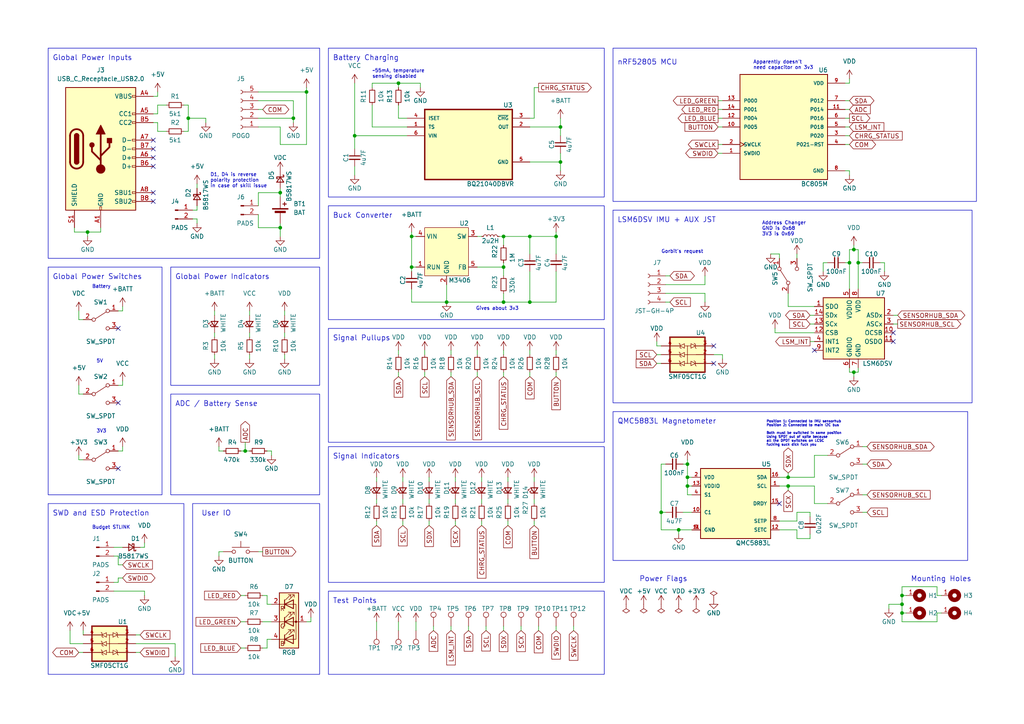
<source format=kicad_sch>
(kicad_sch (version 20230121) (generator eeschema)
  (paper "A4")
  (title_block (title "Patchwork Playground") (date "2023-11-19") (rev "1.0") (company "KOUNOLAB"))
  (junction (at 261.62 177.8))
  (junction (at 228.6 140.97))
  (junction (at 162.56 46.99))
  (junction (at 102.87 39.37))
  (junction (at 228.6 138.43))
  (junction (at 199.39 134.62))
  (junction (at 161.29 68.58))
  (junction (at 115.57 24.13))
  (junction (at 153.67 68.58))
  (junction (at 246.38 76.2))
  (junction (at 191.77 148.59))
  (junction (at 25.4 67.31))
  (junction (at 88.9 26.67))
  (junction (at 247.65 107.95))
  (junction (at 119.38 68.58))
  (junction (at 162.56 36.83))
  (junction (at 146.05 68.58))
  (junction (at 71.12 130.81))
  (junction (at 261.62 175.26))
  (junction (at 247.65 72.39))
  (junction (at 85.09 34.29))
  (junction (at 129.54 87.63))
  (junction (at 81.28 55.88))
  (junction (at 81.28 66.04))
  (junction (at 261.62 172.72))
  (junction (at 196.85 153.67))
  (junction (at 146.05 77.47))
  (junction (at 199.39 138.43))
  (junction (at 119.38 77.47))
  (junction (at 146.05 87.63))
  (junction (at 248.92 76.2))
  (junction (at 199.39 140.97))
  (junction (at 153.67 87.63))
  (junction (at 54.61 34.29))
  (no_connect (at 207.01 105.41))
  (no_connect (at 44.45 40.64))
  (no_connect (at 34.29 95.25))
  (no_connect (at 34.29 135.89))
  (no_connect (at 207.01 100.33))
  (no_connect (at 44.45 58.42))
  (no_connect (at 44.45 48.26))
  (no_connect (at 259.08 96.52))
  (no_connect (at 44.45 55.88))
  (no_connect (at 44.45 43.18))
  (no_connect (at 226.06 146.05))
  (no_connect (at 259.08 99.06))
  (no_connect (at 44.45 45.72))
  (no_connect (at 34.29 116.84))
  (no_connect (at 236.22 101.6))
  (wire (pts (xy 139.7 151.13) (xy 139.7 152.4)))
  (wire (pts (xy 74.93 55.88) (xy 81.28 55.88)))
  (wire (pts (xy 124.46 144.78) (xy 124.46 146.05)))
  (wire (pts (xy 57.15 60.96) (xy 57.15 59.69)))
  (wire (pts (xy 228.6 140.97) (xy 228.6 142.24)))
  (wire (pts (xy 119.38 83.82) (xy 119.38 87.63)))
  (wire (pts (xy 246.38 72.39) (xy 247.65 72.39)))
  (wire (pts (xy 228.6 137.16) (xy 228.6 138.43)))
  (wire (pts (xy 162.56 46.99) (xy 162.56 49.53)))
  (wire (pts (xy 54.61 38.1) (xy 53.34 38.1)))
  (wire (pts (xy 245.11 41.91) (xy 246.38 41.91)))
  (wire (pts (xy 34.29 167.64) (xy 35.56 167.64)))
  (wire (pts (xy 208.28 41.91) (xy 209.55 41.91)))
  (wire (pts (xy 226.06 153.67) (xy 231.14 153.67)))
  (wire (pts (xy 146.05 181.61) (xy 146.05 182.88)))
  (wire (pts (xy 63.5 130.81) (xy 64.77 130.81)))
  (wire (pts (xy 45.72 33.02) (xy 45.72 30.48)))
  (wire (pts (xy 208.28 29.21) (xy 209.55 29.21)))
  (wire (pts (xy 118.11 39.37) (xy 102.87 39.37)))
  (wire (pts (xy 78.74 175.26) (xy 77.47 175.26)))
  (wire (pts (xy 231.14 148.59) (xy 234.95 148.59)))
  (wire (pts (xy 22.86 189.23) (xy 24.13 189.23)))
  (wire (pts (xy 226.06 140.97) (xy 228.6 140.97)))
  (wire (pts (xy 190.5 100.33) (xy 190.5 99.06)))
  (wire (pts (xy 22.86 133.35) (xy 22.86 132.08)))
  (wire (pts (xy 234.95 148.59) (xy 234.95 149.86)))
  (wire (pts (xy 45.72 27.94) (xy 45.72 26.67)))
  (wire (pts (xy 250.19 129.54) (xy 251.46 129.54)))
  (wire (pts (xy 109.22 180.34) (xy 109.22 182.88)))
  (wire (pts (xy 247.65 107.95) (xy 247.65 109.22)))
  (wire (pts (xy 193.04 85.09) (xy 204.47 85.09)))
  (wire (pts (xy 72.39 96.52) (xy 72.39 97.79)))
  (wire (pts (xy 271.78 172.72) (xy 271.78 170.18)))
  (wire (pts (xy 246.38 72.39) (xy 246.38 76.2)))
  (wire (pts (xy 198.12 134.62) (xy 199.39 134.62)))
  (wire (pts (xy 245.11 24.13) (xy 246.38 24.13)))
  (wire (pts (xy 236.22 140.97) (xy 236.22 146.05)))
  (wire (pts (xy 25.4 67.31) (xy 25.4 68.58)))
  (wire (pts (xy 69.85 180.34) (xy 71.12 180.34)))
  (wire (pts (xy 231.14 151.13) (xy 231.14 148.59)))
  (wire (pts (xy 245.11 76.2) (xy 246.38 76.2)))
  (wire (pts (xy 24.13 133.35) (xy 22.86 133.35)))
  (wire (pts (xy 234.95 93.98) (xy 236.22 93.98)))
  (wire (pts (xy 109.22 151.13) (xy 109.22 152.4)))
  (wire (pts (xy 135.89 181.61) (xy 135.89 182.88)))
  (wire (pts (xy 154.94 144.78) (xy 154.94 146.05)))
  (wire (pts (xy 63.5 160.02) (xy 63.5 161.29)))
  (wire (pts (xy 248.92 76.2) (xy 248.92 83.82)))
  (wire (pts (xy 153.67 87.63) (xy 161.29 87.63)))
  (wire (pts (xy 119.38 78.74) (xy 119.38 77.47)))
  (wire (pts (xy 54.61 34.29) (xy 59.69 34.29)))
  (wire (pts (xy 81.28 66.04) (xy 81.28 68.58)))
  (wire (pts (xy 33.02 171.45) (xy 41.91 171.45)))
  (wire (pts (xy 24.13 184.15) (xy 24.13 182.88)))
  (wire (pts (xy 191.77 134.62) (xy 191.77 148.59)))
  (wire (pts (xy 115.57 180.34) (xy 115.57 182.88)))
  (wire (pts (xy 161.29 107.95) (xy 161.29 109.22)))
  (wire (pts (xy 82.55 96.52) (xy 82.55 97.79)))
  (wire (pts (xy 44.45 33.02) (xy 45.72 33.02)))
  (wire (pts (xy 20.32 186.69) (xy 20.32 182.88)))
  (wire (pts (xy 34.29 130.81) (xy 35.56 130.81)))
  (wire (pts (xy 146.05 85.09) (xy 146.05 87.63)))
  (wire (pts (xy 209.55 102.87) (xy 209.55 104.14)))
  (wire (pts (xy 63.5 130.81) (xy 63.5 129.54)))
  (wire (pts (xy 262.89 177.8) (xy 261.62 177.8)))
  (wire (pts (xy 226.06 151.13) (xy 231.14 151.13)))
  (wire (pts (xy 154.94 138.43) (xy 154.94 139.7)))
  (wire (pts (xy 102.87 43.18) (xy 102.87 39.37)))
  (wire (pts (xy 34.29 168.91) (xy 33.02 168.91)))
  (wire (pts (xy 226.06 138.43) (xy 228.6 138.43)))
  (wire (pts (xy 162.56 46.99) (xy 153.67 46.99)))
  (wire (pts (xy 138.43 77.47) (xy 146.05 77.47)))
  (wire (pts (xy 154.94 34.29) (xy 153.67 34.29)))
  (wire (pts (xy 77.47 130.81) (xy 78.74 130.81)))
  (wire (pts (xy 154.94 151.13) (xy 154.94 152.4)))
  (wire (pts (xy 261.62 172.72) (xy 262.89 172.72)))
  (wire (pts (xy 231.14 153.67) (xy 231.14 156.21)))
  (wire (pts (xy 74.93 26.67) (xy 88.9 26.67)))
  (wire (pts (xy 245.11 36.83) (xy 246.38 36.83)))
  (wire (pts (xy 53.34 30.48) (xy 54.61 30.48)))
  (wire (pts (xy 196.85 153.67) (xy 200.66 153.67)))
  (wire (pts (xy 129.54 82.55) (xy 129.54 87.63)))
  (wire (pts (xy 247.65 107.95) (xy 248.92 107.95)))
  (wire (pts (xy 71.12 128.27) (xy 71.12 130.81)))
  (wire (pts (xy 200.66 143.51) (xy 199.39 143.51)))
  (wire (pts (xy 34.29 163.83) (xy 34.29 161.29)))
  (wire (pts (xy 245.11 34.29) (xy 246.38 34.29)))
  (wire (pts (xy 248.92 107.95) (xy 248.92 106.68)))
  (wire (pts (xy 118.11 34.29) (xy 115.57 34.29)))
  (wire (pts (xy 153.67 78.74) (xy 153.67 87.63)))
  (wire (pts (xy 44.45 27.94) (xy 45.72 27.94)))
  (wire (pts (xy 138.43 101.6) (xy 138.43 102.87)))
  (wire (pts (xy 109.22 138.43) (xy 109.22 139.7)))
  (wire (pts (xy 146.05 76.2) (xy 146.05 77.47)))
  (wire (pts (xy 102.87 48.26) (xy 102.87 50.8)))
  (wire (pts (xy 21.59 67.31) (xy 21.59 66.04)))
  (wire (pts (xy 62.23 102.87) (xy 62.23 104.14)))
  (wire (pts (xy 78.74 130.81) (xy 78.74 132.08)))
  (wire (pts (xy 193.04 80.01) (xy 194.31 80.01)))
  (wire (pts (xy 90.17 180.34) (xy 90.17 179.07)))
  (wire (pts (xy 246.38 106.68) (xy 246.38 107.95)))
  (wire (pts (xy 161.29 68.58) (xy 161.29 67.31)))
  (wire (pts (xy 226.06 73.66) (xy 223.52 73.66)))
  (wire (pts (xy 198.12 148.59) (xy 200.66 148.59)))
  (wire (pts (xy 107.95 36.83) (xy 107.95 30.48)))
  (wire (pts (xy 162.56 44.45) (xy 162.56 46.99)))
  (wire (pts (xy 246.38 107.95) (xy 247.65 107.95)))
  (wire (pts (xy 238.76 76.2) (xy 240.03 76.2)))
  (wire (pts (xy 147.32 138.43) (xy 147.32 139.7)))
  (wire (pts (xy 74.93 29.21) (xy 85.09 29.21)))
  (wire (pts (xy 199.39 140.97) (xy 200.66 140.97)))
  (wire (pts (xy 107.95 25.4) (xy 107.95 24.13)))
  (wire (pts (xy 246.38 76.2) (xy 246.38 83.82)))
  (wire (pts (xy 22.86 114.3) (xy 22.86 111.76)))
  (wire (pts (xy 190.5 105.41) (xy 191.77 105.41)))
  (wire (pts (xy 25.4 67.31) (xy 29.21 67.31)))
  (wire (pts (xy 76.2 180.34) (xy 78.74 180.34)))
  (wire (pts (xy 196.85 153.67) (xy 196.85 154.94)))
  (wire (pts (xy 161.29 68.58) (xy 161.29 73.66)))
  (wire (pts (xy 238.76 76.2) (xy 238.76 78.74)))
  (wire (pts (xy 234.95 99.06) (xy 236.22 99.06)))
  (wire (pts (xy 21.59 67.31) (xy 25.4 67.31)))
  (wire (pts (xy 22.86 92.71) (xy 22.86 90.17)))
  (wire (pts (xy 124.46 138.43) (xy 124.46 139.7)))
  (wire (pts (xy 85.09 34.29) (xy 85.09 35.56)))
  (wire (pts (xy 119.38 77.47) (xy 120.65 77.47)))
  (wire (pts (xy 161.29 101.6) (xy 161.29 102.87)))
  (wire (pts (xy 24.13 114.3) (xy 22.86 114.3)))
  (wire (pts (xy 234.95 156.21) (xy 234.95 154.94)))
  (wire (pts (xy 130.81 101.6) (xy 130.81 102.87)))
  (wire (pts (xy 72.39 102.87) (xy 72.39 104.14)))
  (wire (pts (xy 162.56 34.29) (xy 162.56 36.83)))
  (wire (pts (xy 45.72 35.56) (xy 45.72 38.1)))
  (wire (pts (xy 146.05 107.95) (xy 146.05 109.22)))
  (wire (pts (xy 146.05 87.63) (xy 153.67 87.63)))
  (wire (pts (xy 250.19 76.2) (xy 248.92 76.2)))
  (wire (pts (xy 132.08 144.78) (xy 132.08 146.05)))
  (wire (pts (xy 208.28 34.29) (xy 209.55 34.29)))
  (wire (pts (xy 34.29 161.29) (xy 33.02 161.29)))
  (wire (pts (xy 271.78 180.34) (xy 261.62 180.34)))
  (wire (pts (xy 116.84 144.78) (xy 116.84 146.05)))
  (wire (pts (xy 199.39 134.62) (xy 199.39 138.43)))
  (wire (pts (xy 24.13 186.69) (xy 20.32 186.69)))
  (wire (pts (xy 246.38 24.13) (xy 246.38 22.86)))
  (wire (pts (xy 208.28 44.45) (xy 209.55 44.45)))
  (wire (pts (xy 123.19 107.95) (xy 123.19 109.22)))
  (wire (pts (xy 41.91 171.45) (xy 41.91 172.72)))
  (wire (pts (xy 259.08 93.98) (xy 260.35 93.98)))
  (wire (pts (xy 71.12 130.81) (xy 72.39 130.81)))
  (wire (pts (xy 81.28 36.83) (xy 74.93 36.83)))
  (wire (pts (xy 74.93 160.02) (xy 76.2 160.02)))
  (wire (pts (xy 162.56 36.83) (xy 162.56 39.37)))
  (wire (pts (xy 81.28 64.77) (xy 81.28 66.04)))
  (wire (pts (xy 115.57 24.13) (xy 121.92 24.13)))
  (wire (pts (xy 234.95 91.44) (xy 236.22 91.44)))
  (wire (pts (xy 139.7 138.43) (xy 139.7 139.7)))
  (wire (pts (xy 236.22 132.08) (xy 240.03 132.08)))
  (wire (pts (xy 116.84 138.43) (xy 116.84 139.7)))
  (wire (pts (xy 146.05 80.01) (xy 146.05 77.47)))
  (wire (pts (xy 82.55 90.17) (xy 82.55 91.44)))
  (wire (pts (xy 147.32 151.13) (xy 147.32 152.4)))
  (wire (pts (xy 236.22 146.05) (xy 240.03 146.05)))
  (wire (pts (xy 77.47 187.96) (xy 76.2 187.96)))
  (wire (pts (xy 88.9 26.67) (xy 88.9 41.91)))
  (wire (pts (xy 34.29 111.76) (xy 35.56 111.76)))
  (wire (pts (xy 119.38 67.31) (xy 119.38 68.58)))
  (wire (pts (xy 146.05 68.58) (xy 146.05 71.12)))
  (wire (pts (xy 256.54 76.2) (xy 256.54 78.74)))
  (wire (pts (xy 45.72 30.48) (xy 48.26 30.48)))
  (wire (pts (xy 29.21 67.31) (xy 29.21 66.04)))
  (wire (pts (xy 146.05 101.6) (xy 146.05 102.87)))
  (wire (pts (xy 74.93 66.04) (xy 81.28 66.04)))
  (wire (pts (xy 85.09 29.21) (xy 85.09 34.29)))
  (wire (pts (xy 69.85 172.72) (xy 71.12 172.72)))
  (wire (pts (xy 191.77 134.62) (xy 193.04 134.62)))
  (wire (pts (xy 39.37 184.15) (xy 40.64 184.15)))
  (wire (pts (xy 146.05 68.58) (xy 153.67 68.58)))
  (wire (pts (xy 35.56 90.17) (xy 35.56 88.9)))
  (wire (pts (xy 153.67 68.58) (xy 153.67 73.66)))
  (wire (pts (xy 69.85 130.81) (xy 71.12 130.81)))
  (wire (pts (xy 72.39 90.17) (xy 72.39 91.44)))
  (wire (pts (xy 226.06 74.93) (xy 226.06 73.66)))
  (wire (pts (xy 147.32 144.78) (xy 147.32 146.05)))
  (wire (pts (xy 245.11 31.75) (xy 246.38 31.75)))
  (wire (pts (xy 228.6 138.43) (xy 236.22 138.43)))
  (wire (pts (xy 261.62 170.18) (xy 261.62 172.72)))
  (wire (pts (xy 257.81 175.26) (xy 261.62 175.26)))
  (wire (pts (xy 115.57 107.95) (xy 115.57 109.22)))
  (wire (pts (xy 77.47 185.42) (xy 77.47 187.96)))
  (wire (pts (xy 153.67 101.6) (xy 153.67 102.87)))
  (wire (pts (xy 144.78 68.58) (xy 146.05 68.58)))
  (wire (pts (xy 62.23 90.17) (xy 62.23 91.44)))
  (wire (pts (xy 231.14 156.21) (xy 234.95 156.21)))
  (wire (pts (xy 129.54 87.63) (xy 146.05 87.63)))
  (wire (pts (xy 161.29 78.74) (xy 161.29 87.63)))
  (wire (pts (xy 245.11 29.21) (xy 246.38 29.21)))
  (wire (pts (xy 191.77 100.33) (xy 190.5 100.33)))
  (wire (pts (xy 115.57 34.29) (xy 115.57 30.48)))
  (wire (pts (xy 207.01 102.87) (xy 209.55 102.87)))
  (wire (pts (xy 118.11 36.83) (xy 107.95 36.83)))
  (wire (pts (xy 125.73 181.61) (xy 125.73 182.88)))
  (wire (pts (xy 81.28 55.88) (xy 81.28 57.15)))
  (wire (pts (xy 55.88 63.5) (xy 57.15 63.5)))
  (wire (pts (xy 208.28 31.75) (xy 209.55 31.75)))
  (wire (pts (xy 102.87 24.13) (xy 102.87 39.37)))
  (wire (pts (xy 247.65 72.39) (xy 248.92 72.39)))
  (wire (pts (xy 34.29 167.64) (xy 34.29 168.91)))
  (wire (pts (xy 139.7 144.78) (xy 139.7 146.05)))
  (wire (pts (xy 44.45 35.56) (xy 45.72 35.56)))
  (wire (pts (xy 62.23 96.52) (xy 62.23 97.79)))
  (wire (pts (xy 57.15 63.5) (xy 57.15 64.77)))
  (wire (pts (xy 151.13 181.61) (xy 151.13 182.88)))
  (wire (pts (xy 116.84 151.13) (xy 116.84 152.4)))
  (wire (pts (xy 259.08 91.44) (xy 260.35 91.44)))
  (wire (pts (xy 132.08 151.13) (xy 132.08 152.4)))
  (wire (pts (xy 162.56 36.83) (xy 153.67 36.83)))
  (wire (pts (xy 74.93 62.23) (xy 74.93 66.04)))
  (wire (pts (xy 88.9 180.34) (xy 90.17 180.34)))
  (wire (pts (xy 153.67 68.58) (xy 161.29 68.58)))
  (wire (pts (xy 271.78 170.18) (xy 261.62 170.18)))
  (wire (pts (xy 109.22 144.78) (xy 109.22 146.05)))
  (wire (pts (xy 119.38 68.58) (xy 120.65 68.58)))
  (wire (pts (xy 69.85 187.96) (xy 71.12 187.96)))
  (wire (pts (xy 193.04 87.63) (xy 194.31 87.63)))
  (wire (pts (xy 261.62 172.72) (xy 261.62 175.26)))
  (wire (pts (xy 124.46 151.13) (xy 124.46 152.4)))
  (wire (pts (xy 119.38 87.63) (xy 129.54 87.63)))
  (wire (pts (xy 35.56 130.81) (xy 35.56 129.54)))
  (wire (pts (xy 40.64 158.75) (xy 41.91 158.75)))
  (wire (pts (xy 250.19 143.51) (xy 251.46 143.51)))
  (wire (pts (xy 199.39 140.97) (xy 199.39 143.51)))
  (wire (pts (xy 191.77 148.59) (xy 191.77 153.67)))
  (wire (pts (xy 50.8 186.69) (xy 50.8 190.5)))
  (wire (pts (xy 77.47 175.26) (xy 77.47 172.72)))
  (wire (pts (xy 153.67 107.95) (xy 153.67 109.22)))
  (wire (pts (xy 156.21 181.61) (xy 156.21 182.88)))
  (wire (pts (xy 199.39 133.35) (xy 199.39 134.62)))
  (wire (pts (xy 199.39 138.43) (xy 200.66 138.43)))
  (wire (pts (xy 132.08 138.43) (xy 132.08 139.7)))
  (wire (pts (xy 39.37 189.23) (xy 40.64 189.23)))
  (wire (pts (xy 228.6 88.9) (xy 228.6 85.09)))
  (wire (pts (xy 81.28 41.91) (xy 81.28 36.83)))
  (wire (pts (xy 78.74 185.42) (xy 77.47 185.42)))
  (wire (pts (xy 81.28 41.91) (xy 88.9 41.91)))
  (wire (pts (xy 250.19 148.59) (xy 251.46 148.59)))
  (wire (pts (xy 138.43 68.58) (xy 139.7 68.58)))
  (wire (pts (xy 115.57 24.13) (xy 115.57 25.4)))
  (wire (pts (xy 34.29 90.17) (xy 35.56 90.17)))
  (wire (pts (xy 231.14 73.66) (xy 231.14 74.93)))
  (wire (pts (xy 119.38 68.58) (xy 119.38 77.47)))
  (wire (pts (xy 257.81 175.26) (xy 257.81 176.53)))
  (wire (pts (xy 191.77 153.67) (xy 196.85 153.67)))
  (wire (pts (xy 161.29 181.61) (xy 161.29 182.88)))
  (wire (pts (xy 273.05 177.8) (xy 271.78 177.8)))
  (wire (pts (xy 59.69 34.29) (xy 59.69 35.56)))
  (wire (pts (xy 140.97 181.61) (xy 140.97 182.88)))
  (wire (pts (xy 74.93 34.29) (xy 85.09 34.29)))
  (wire (pts (xy 193.04 82.55) (xy 204.47 82.55)))
  (wire (pts (xy 236.22 138.43) (xy 236.22 132.08)))
  (wire (pts (xy 88.9 26.67) (xy 88.9 25.4)))
  (wire (pts (xy 55.88 60.96) (xy 57.15 60.96)))
  (wire (pts (xy 24.13 92.71) (xy 22.86 92.71)))
  (wire (pts (xy 123.19 101.6) (xy 123.19 102.87)))
  (wire (pts (xy 246.38 49.53) (xy 246.38 50.8)))
  (wire (pts (xy 250.19 134.62) (xy 251.46 134.62)))
  (wire (pts (xy 81.28 54.61) (xy 81.28 55.88)))
  (wire (pts (xy 204.47 85.09) (xy 204.47 87.63)))
  (wire (pts (xy 190.5 102.87) (xy 191.77 102.87)))
  (wire (pts (xy 261.62 175.26) (xy 261.62 177.8)))
  (wire (pts (xy 120.65 180.34) (xy 120.65 182.88)))
  (wire (pts (xy 204.47 82.55) (xy 204.47 80.01)))
  (wire (pts (xy 41.91 158.75) (xy 41.91 157.48)))
  (wire (pts (xy 115.57 101.6) (xy 115.57 102.87)))
  (wire (pts (xy 245.11 39.37) (xy 246.38 39.37)))
  (wire (pts (xy 228.6 140.97) (xy 236.22 140.97)))
  (wire (pts (xy 33.02 158.75) (xy 35.56 158.75)))
  (wire (pts (xy 154.94 25.4) (xy 156.21 25.4)))
  (wire (pts (xy 224.79 95.25) (xy 224.79 96.52)))
  (wire (pts (xy 35.56 111.76) (xy 35.56 110.49)))
  (wire (pts (xy 39.37 186.69) (xy 50.8 186.69)))
  (wire (pts (xy 199.39 138.43) (xy 199.39 140.97)))
  (wire (pts (xy 121.92 24.13) (xy 121.92 25.4)))
  (wire (pts (xy 130.81 107.95) (xy 130.81 109.22)))
  (wire (pts (xy 247.65 71.12) (xy 247.65 72.39)))
  (wire (pts (xy 64.77 160.02) (xy 63.5 160.02)))
  (wire (pts (xy 236.22 88.9) (xy 228.6 88.9)))
  (wire (pts (xy 54.61 30.48) (xy 54.61 34.29)))
  (wire (pts (xy 82.55 102.87) (xy 82.55 104.14)))
  (wire (pts (xy 208.28 36.83) (xy 209.55 36.83)))
  (wire (pts (xy 166.37 181.61) (xy 166.37 182.88)))
  (wire (pts (xy 74.93 59.69) (xy 74.93 55.88)))
  (wire (pts (xy 45.72 38.1) (xy 48.26 38.1)))
  (wire (pts (xy 130.81 181.61) (xy 130.81 182.88)))
  (wire (pts (xy 191.77 148.59) (xy 193.04 148.59)))
  (wire (pts (xy 271.78 177.8) (xy 271.78 180.34)))
  (wire (pts (xy 154.94 34.29) (xy 154.94 25.4)))
  (wire (pts (xy 107.95 24.13) (xy 115.57 24.13)))
  (wire (pts (xy 77.47 172.72) (xy 76.2 172.72)))
  (wire (pts (xy 34.29 163.83) (xy 35.56 163.83)))
  (wire (pts (xy 138.43 107.95) (xy 138.43 109.22)))
  (wire (pts (xy 245.11 49.53) (xy 246.38 49.53)))
  (wire (pts (xy 74.93 31.75) (xy 76.2 31.75)))
  (wire (pts (xy 57.15 54.61) (xy 57.15 53.34)))
  (wire (pts (xy 273.05 172.72) (xy 271.78 172.72)))
  (wire (pts (xy 54.61 34.29) (xy 54.61 38.1)))
  (wire (pts (xy 236.22 96.52) (xy 224.79 96.52)))
  (wire (pts (xy 256.54 76.2) (xy 255.27 76.2)))
  (wire (pts (xy 261.62 180.34) (xy 261.62 177.8)))
  (wire (pts (xy 248.92 72.39) (xy 248.92 76.2)))
  (rectangle (start 13.97 77.47) (end 46.99 143.51))
  (rectangle (start 55.88 146.05) (end 92.71 195.58))
  (rectangle (start 95.25 129.54) (end 175.26 168.91))
  (rectangle (start 49.53 114.3) (end 92.71 143.51))
  (rectangle (start 95.25 13.97) (end 175.26 57.15))
  (rectangle (start 49.53 77.47) (end 92.71 111.76))
  (rectangle (start 95.25 59.69) (end 175.26 92.71))
  (rectangle (start 13.97 13.97) (end 92.71 74.93))
  (rectangle (start 95.25 171.45) (end 175.26 195.58))
  (rectangle (start 177.8 60.96) (end 281.94 116.84))
  (rectangle (start 13.97 146.05) (end 53.34 195.58))
  (rectangle (start 177.8 119.38) (end 280.67 162.56))
  (rectangle (start 177.8 13.97) (end 283.21 58.42))
  (rectangle (start 95.25 95.25) (end 175.26 128.27))
  (text "ADC / Battery Sense" (at 50.8 118.11 0) (effects (font (size 1.5 1.5)) (justify left bottom)))
  (text "Power Flags" (at 185.42 168.91 0) (effects (font (size 1.5 1.5)) (justify left bottom)))
  (text "Signal Indicators" (at 96.52 133.35 0) (effects (font (size 1.5 1.5)) (justify left bottom)))
  (text "Gorbit's request" (at 191.77 73.66 0) (effects (font (size 1 1)) (justify left bottom)))
  (text "Signal Pullups" (at 96.52 99.06 0) (effects (font (size 1.5 1.5)) (justify left bottom)))
  (text "Battery Charging" (at 96.52 17.78 0) (effects (font (size 1.5 1.5)) (justify left bottom)))
  (text "QMC5883L Magnetometer" (at 179.07 123.19 0) (effects (font (size 1.5 1.5)) (justify left bottom)))
  (text "Apparently doesn't\nneed capacitor on 3v3" (at 218.44 20.32 0) (effects (font (size 1 1)) (justify left bottom)))
  (text "Gives about 3v3" (at 150.495 90.17 0) (effects (font (size 1 1)) (justify right bottom)))
  (text "Global Power Indicators" (at 50.8 81.28 0) (effects (font (size 1.5 1.5)) (justify left bottom)))
  (text "Mounting Holes" (at 264.16 168.91 0) (effects (font (size 1.5 1.5)) (justify left bottom)))
  (text "Address Changer\nGND is 0x68\n3V3 is 0x69\n" (at 220.98 68.58 0) (effects (font (size 1 1)) (justify left bottom)))
  (text "Budget STLINK" (at 26.67 153.67 0) (effects (font (size 1 1)) (justify left bottom)))
  (text "D1, D4 is reverse\npolarity protection\nin case of skill issue" (at 60.96 54.61 0) (effects (font (size 1 1)) (justify left bottom)))
  (text "Buck Converter" (at 96.52 63.5 0) (effects (font (size 1.5 1.5)) (justify left bottom)))
  (text "3V3" (at 27.94 125.73 0) (effects (font (size 1 1)) (justify left bottom)))
  (text "nRF52805 MCU" (at 179.07 19.05 0) (effects (font (size 1.5 1.5)) (justify left bottom)))
  (text "LSM6DSV IMU + AUX JST" (at 179.07 64.77 0) (effects (font (size 1.5 1.5)) (justify left bottom)))
  (text "Global Power Inputs" (at 15.24 17.78 0) (effects (font (size 1.5 1.5)) (justify left bottom)))
  (text "~55mA, temperature\nsensing disabled" (at 107.95 22.86 0) (effects (font (size 1 1)) (justify left bottom)))
  (text "User IO" (at 58.42 149.86 0) (effects (font (size 1.5 1.5)) (justify left bottom)))
  (text "Global Power Switches" (at 15.24 81.28 0) (effects (font (size 1.5 1.5)) (justify left bottom)))
  (text "5V" (at 27.94 105.41 0) (effects (font (size 1 1)) (justify left bottom)))
  (text "SWD and ESD Protection" (at 15.24 149.86 0) (effects (font (size 1.5 1.5)) (justify left bottom)))
  (text "Position 1: Connected to IMU sensorhub\nPosition 2: Connected to main I2C bus\n\nBoth must be switched in same position\nUsing SPDT out of spite because\nall the DPDT switches on LCSC\nfucking suck dick fuck you" (at 222.25 129.54 0) (effects (font (size 0.7 0.7)) (justify left bottom)))
  (text "Test Points" (at 96.52 175.26 0) (effects (font (size 1.5 1.5)) (justify left bottom)))
  (text "Battery" (at 26.67 83.82 0) (effects (font (size 1 1)) (justify left bottom)))
  (global_label "LED_BLUE" (shape output) (at 208.28 34.29 180) (property "Intersheetrefs" "${INTERSHEET_REFS}" (effects hide)))
  (global_label "SENSORHUB_SDA" (shape bidirectional) (at 260.35 91.44 0) (property "Intersheetrefs" "${INTERSHEET_REFS}" (effects hide)))
  (global_label "COM" (shape input) (at 153.67 109.22 270) (property "Intersheetrefs" "${INTERSHEET_REFS}" (effects hide)))
  (global_label "BUTTON" (shape input) (at 161.29 109.22 270) (property "Intersheetrefs" "${INTERSHEET_REFS}" (effects hide)))
  (global_label "SWDIO" (shape input) (at 161.29 182.88 270) (property "Intersheetrefs" "${INTERSHEET_REFS}" (effects hide)))
  (global_label "SCL" (shape input) (at 194.31 87.63 0) (property "Intersheetrefs" "${INTERSHEET_REFS}" (effects hide)))
  (global_label "SDA" (shape input) (at 190.5 105.41 180) (property "Intersheetrefs" "${INTERSHEET_REFS}" (effects hide)))
  (global_label "SDX" (shape input) (at 124.46 152.4 270) (property "Intersheetrefs" "${INTERSHEET_REFS}" (effects hide)))
  (global_label "LED_BLUE" (shape input) (at 69.85 187.96 180) (property "Intersheetrefs" "${INTERSHEET_REFS}" (effects hide)))
  (global_label "SCX" (shape input) (at 151.13 182.88 270) (property "Intersheetrefs" "${INTERSHEET_REFS}" (effects hide)))
  (global_label "SWCLK" (shape input) (at 40.64 184.15 0) (property "Intersheetrefs" "${INTERSHEET_REFS}" (effects hide)))
  (global_label "SWDIO" (shape bidirectional) (at 35.56 167.64 0) (property "Intersheetrefs" "${INTERSHEET_REFS}" (effects hide)))
  (global_label "SDX" (shape input) (at 146.05 182.88 270) (property "Intersheetrefs" "${INTERSHEET_REFS}" (effects hide)))
  (global_label "SENSORHUB_SDA" (shape bidirectional) (at 251.46 129.54 0) (property "Intersheetrefs" "${INTERSHEET_REFS}" (effects hide)))
  (global_label "SWDIO" (shape input) (at 40.64 189.23 0) (property "Intersheetrefs" "${INTERSHEET_REFS}" (effects hide)))
  (global_label "LED_RED" (shape output) (at 208.28 31.75 180) (property "Intersheetrefs" "${INTERSHEET_REFS}" (effects hide)))
  (global_label "SDA" (shape input) (at 115.57 109.22 270) (property "Intersheetrefs" "${INTERSHEET_REFS}" (effects hide)))
  (global_label "SWCLK" (shape input) (at 166.37 182.88 270) (property "Intersheetrefs" "${INTERSHEET_REFS}" (effects hide)))
  (global_label "SCX" (shape input) (at 132.08 152.4 270) (property "Intersheetrefs" "${INTERSHEET_REFS}" (effects hide)))
  (global_label "COM" (shape input) (at 156.21 182.88 270) (property "Intersheetrefs" "${INTERSHEET_REFS}" (effects hide)))
  (global_label "BUTTON" (shape output) (at 76.2 160.02 0) (property "Intersheetrefs" "${INTERSHEET_REFS}" (effects hide)))
  (global_label "SCL" (shape input) (at 116.84 152.4 270) (property "Intersheetrefs" "${INTERSHEET_REFS}" (effects hide)))
  (global_label "SDA" (shape bidirectional) (at 234.95 91.44 180) (property "Intersheetrefs" "${INTERSHEET_REFS}" (effects hide)))
  (global_label "SCL" (shape input) (at 251.46 148.59 0) (property "Intersheetrefs" "${INTERSHEET_REFS}" (effects hide)))
  (global_label "SWDIO" (shape bidirectional) (at 208.28 44.45 180) (property "Intersheetrefs" "${INTERSHEET_REFS}" (effects hide)))
  (global_label "ADC" (shape output) (at 71.12 128.27 90) (property "Intersheetrefs" "${INTERSHEET_REFS}" (effects hide)))
  (global_label "SDX" (shape bidirectional) (at 228.6 137.16 90) (property "Intersheetrefs" "${INTERSHEET_REFS}" (effects hide)))
  (global_label "LSM_INT" (shape input) (at 246.38 36.83 0) (property "Intersheetrefs" "${INTERSHEET_REFS}" (effects hide)))
  (global_label "SWCLK" (shape input) (at 35.56 163.83 0) (property "Intersheetrefs" "${INTERSHEET_REFS}" (effects hide)))
  (global_label "SDA" (shape bidirectional) (at 246.38 29.21 0) (property "Intersheetrefs" "${INTERSHEET_REFS}" (effects hide)))
  (global_label "SDA" (shape input) (at 135.89 182.88 270) (property "Intersheetrefs" "${INTERSHEET_REFS}" (effects hide)))
  (global_label "ADC" (shape input) (at 246.38 31.75 0) (property "Intersheetrefs" "${INTERSHEET_REFS}" (effects hide)))
  (global_label "COM" (shape input) (at 147.32 152.4 270) (property "Intersheetrefs" "${INTERSHEET_REFS}" (effects hide)))
  (global_label "CHRG_STATUS" (shape input) (at 146.05 109.22 270) (property "Intersheetrefs" "${INTERSHEET_REFS}" (effects hide)))
  (global_label "LED_RED" (shape input) (at 69.85 172.72 180) (property "Intersheetrefs" "${INTERSHEET_REFS}" (effects hide)))
  (global_label "LSM_INT" (shape input) (at 130.81 182.88 270) (property "Intersheetrefs" "${INTERSHEET_REFS}" (effects hide)))
  (global_label "SCL" (shape input) (at 190.5 102.87 180) (property "Intersheetrefs" "${INTERSHEET_REFS}" (effects hide)))
  (global_label "SDA" (shape bidirectional) (at 251.46 134.62 0) (property "Intersheetrefs" "${INTERSHEET_REFS}" (effects hide)))
  (global_label "COM" (shape bidirectional) (at 76.2 31.75 0) (property "Intersheetrefs" "${INTERSHEET_REFS}" (effects hide)))
  (global_label "COM" (shape bidirectional) (at 22.86 189.23 180) (property "Intersheetrefs" "${INTERSHEET_REFS}" (effects hide)))
  (global_label "LED_GREEN" (shape input) (at 69.85 180.34 180) (property "Intersheetrefs" "${INTERSHEET_REFS}" (effects hide)))
  (global_label "SCL" (shape output) (at 246.38 34.29 0) (property "Intersheetrefs" "${INTERSHEET_REFS}" (effects hide)))
  (global_label "BUTTON" (shape input) (at 208.28 36.83 180) (property "Intersheetrefs" "${INTERSHEET_REFS}" (effects hide)))
  (global_label "CHRG_STATUS" (shape output) (at 156.21 25.4 0) (property "Intersheetrefs" "${INTERSHEET_REFS}" (effects hide)))
  (global_label "SCL" (shape input) (at 140.97 182.88 270) (property "Intersheetrefs" "${INTERSHEET_REFS}" (effects hide)))
  (global_label "SDA" (shape input) (at 109.22 152.4 270) (property "Intersheetrefs" "${INTERSHEET_REFS}" (effects hide)))
  (global_label "SCL" (shape input) (at 123.19 109.22 270) (property "Intersheetrefs" "${INTERSHEET_REFS}" (effects hide)))
  (global_label "COM" (shape bidirectional) (at 246.38 41.91 0) (property "Intersheetrefs" "${INTERSHEET_REFS}" (effects hide)))
  (global_label "CHRG_STATUS" (shape input) (at 139.7 152.4 270) (property "Intersheetrefs" "${INTERSHEET_REFS}" (effects hide)))
  (global_label "SCL" (shape input) (at 234.95 93.98 180) (property "Intersheetrefs" "${INTERSHEET_REFS}" (effects hide)))
  (global_label "SWCLK" (shape output) (at 208.28 41.91 180) (property "Intersheetrefs" "${INTERSHEET_REFS}" (effects hide)))
  (global_label "SENSORHUB_SCL" (shape input) (at 251.46 143.51 0) (property "Intersheetrefs" "${INTERSHEET_REFS}" (effects hide)))
  (global_label "LED_GREEN" (shape output) (at 208.28 29.21 180) (property "Intersheetrefs" "${INTERSHEET_REFS}" (effects hide)))
  (global_label "SENSORHUB_SCL" (shape input) (at 138.43 109.22 270) (property "Intersheetrefs" "${INTERSHEET_REFS}" (effects hide)))
  (global_label "LSM_INT" (shape output) (at 234.95 99.06 180) (property "Intersheetrefs" "${INTERSHEET_REFS}" (effects hide)))
  (global_label "BUTTON" (shape input) (at 154.94 152.4 270) (property "Intersheetrefs" "${INTERSHEET_REFS}" (effects hide)))
  (global_label "CHRG_STATUS" (shape input) (at 246.38 39.37 0) (property "Intersheetrefs" "${INTERSHEET_REFS}" (effects hide)))
  (global_label "SENSORHUB_SDA" (shape input) (at 130.81 109.22 270) (property "Intersheetrefs" "${INTERSHEET_REFS}" (effects hide)))
  (global_label "SCX" (shape input) (at 228.6 142.24 270) (property "Intersheetrefs" "${INTERSHEET_REFS}" (effects hide)))
  (global_label "SDA" (shape bidirectional) (at 194.31 80.01 0) (property "Intersheetrefs" "${INTERSHEET_REFS}" (effects hide)))
  (global_label "ADC" (shape input) (at 125.73 182.88 270) (property "Intersheetrefs" "${INTERSHEET_REFS}" (effects hide)))
  (global_label "SENSORHUB_SCL" (shape output) (at 260.35 93.98 0) (property "Intersheetrefs" "${INTERSHEET_REFS}" (effects hide)))
  (symbol (lib_id "Patchwork Playground Symbols:Battery_Cell") (at 81.28 62.23 0) (unit 1) (in_bom no)
    (property "Reference" "BT1" (at 85.09 59.1185 0) (effects (justify left)))
    (property "Value" "BAT" (at 85.09 61.6585 0) (effects (justify left)))
    (property "Footprint" "Patchwork Playground Footprints:JST_PH_S2B-PH-SM4-TB_1x02-1MP_P2.00mm_Horizontal" (effects hide))
  )
  (symbol (lib_id "power:VDD") (at 90.17 179.07 0) (unit 1)
    (property "Reference" "#PWR030" (effects hide))
    (property "Value" "VDD" (at 90.17 175.26 0))
  )
  (symbol (lib_id "power:VDC") (at 181.61 175.26 0) (unit 1)
    (property "Reference" "#PWR056" (effects hide))
    (property "Value" "VDC" (at 181.61 171.45 0))
  )
  (symbol (lib_id "Patchwork Playground Symbols:R_Small") (at 74.93 130.81 270) (unit 1)
    (property "Reference" "R9" (at 73.66 128.27 90) (effects (justify left)))
    (property "Value" "330k" (at 72.39 133.35 90) (effects (justify left)))
    (property "Footprint" "Patchwork Playground Footprints:R_0603_1608Metric" (effects hide))
    (property "MPN" "C23137" (effects hide))
  )
  (symbol (lib_id "Patchwork Playground Symbols:R_Small") (at 109.22 148.59 180) (unit 1)
    (property "Reference" "R12" (at 106.68 148.59 90))
    (property "Value" "10k" (at 111.76 148.59 90))
    (property "Footprint" "Patchwork Playground Footprints:R_0603_1608Metric" (effects hide))
    (property "MPN" "C25804" (effects hide))
  )
  (symbol (lib_id "Patchwork Playground Symbols:LED_ARGB") (at 83.82 180.34 0) (unit 1)
    (property "Reference" "D7" (at 83.82 170.18 0))
    (property "Value" "RGB" (at 83.82 189.23 0))
    (property "Footprint" "Patchwork Playground Footprints:LED_RGB_1210" (effects hide))
    (property "MPN" "C965844" (effects hide))
    (property "EXTENDED?" "YES" (effects hide))
  )
  (symbol (lib_id "power:VDD") (at 139.7 138.43 0) (unit 1)
    (property "Reference" "#PWR047" (effects hide))
    (property "Value" "VDD" (at 139.7 134.62 0))
  )
  (symbol (lib_id "power:PWR_FLAG") (at 186.69 175.26 180) (unit 1)
    (property "Reference" "#FLG02" (effects hide))
    (property "Value" "PWR_FLAG" (effects hide))
  )
  (symbol (lib_id "power:VDD") (at 246.38 22.86 0) (unit 1)
    (property "Reference" "#PWR072" (effects hide))
    (property "Value" "VDD" (at 246.38 17.78 0))
  )
  (symbol (lib_id "power:GND") (at 59.69 35.56 0) (unit 1)
    (property "Reference" "#PWR016" (effects hide))
    (property "Value" "GND" (at 59.69 39.37 0))
  )
  (symbol (lib_id "Patchwork Playground Symbols:LED_Small") (at 139.7 142.24 90) (unit 1)
    (property "Reference" "D12" (at 137.16 143.51 0) (effects (justify left)))
    (property "Value" "WHITE" (at 142.24 144.78 0) (effects (justify left)))
    (property "Footprint" "Patchwork Playground Footprints:LED_0603_1608Metric" (effects hide))
    (property "MPN" "C2290" (effects hide))
  )
  (symbol (lib_id "power:PWR_FLAG") (at 196.85 175.26 180) (unit 1)
    (property "Reference" "#FLG04" (effects hide))
    (property "Value" "PWR_FLAG" (effects hide))
  )
  (symbol (lib_id "Patchwork Playground Symbols:C_Small") (at 161.29 76.2 0) (unit 1)
    (property "Reference" "C4" (at 158.75 76.2 90))
    (property "Value" "4u7F" (at 163.83 76.2 90))
    (property "Footprint" "Patchwork Playground Footprints:C_0603_1608Metric" (effects hide))
    (property "MPN" "C19666" (effects hide))
  )
  (symbol (lib_id "Patchwork Playground Symbols:D_Schottky_Small") (at 57.15 57.15 270) (unit 1)
    (property "Reference" "D2" (at 54.61 54.61 0) (effects (justify left)))
    (property "Value" "B5817WS" (at 59.69 52.07 0) (effects (justify left)))
    (property "Footprint" "Patchwork Playground Footprints:D_SOD-323" (effects hide))
    (property "MPN" "C5178966" (effects hide))
    (property "EXTENDED?" "YES" (effects hide))
  )
  (symbol (lib_id "Patchwork Playground Symbols:Conn_01x05_Socket") (at 69.85 31.75 180) (unit 1) (in_bom no)
    (property "Reference" "J5" (at 69.85 22.86 0))
    (property "Value" "POGO" (at 69.85 39.37 0))
    (property "Footprint" "Patchwork Playground Footprints:5PinPogoFemale" (effects hide))
  )
  (symbol (lib_id "Patchwork Playground Symbols:SW_SPDT") (at 245.11 146.05 0) (unit 1)
    (property "Reference" "SW7" (at 246.38 142.24 0) (effects (justify right)))
    (property "Value" "SW_SPDT" (at 248.92 152.4 0) (effects (justify right)))
    (property "Footprint" "Patchwork Playground Footprints:MST-22D18G2 3J" (effects hide))
    (property "MPN" "C2875122" (effects hide))
    (property "EXTENDED?" "YES" (effects hide))
  )
  (symbol (lib_id "Patchwork Playground Symbols:C_Small") (at 162.56 41.91 0) (unit 1)
    (property "Reference" "C5" (at 160.02 41.91 90))
    (property "Value" "4u7F" (at 165.1 41.91 90))
    (property "Footprint" "Patchwork Playground Footprints:C_0603_1608Metric" (effects hide))
    (property "MPN" "C19666" (effects hide))
  )
  (symbol (lib_id "Patchwork Playground Symbols:BC805M") (at 227.33 36.83 0) (unit 1) (in_bom no)
    (property "Reference" "U6" (at 238.76 20.32 0))
    (property "Value" "BC805M" (at 236.22 53.34 0))
    (property "Footprint" "Patchwork Playground Footprints:XCVR_BC805M" (effects hide))
    (property "MF" "Fanstel Corp." (effects hide))
    (property "MAXIMUM_PACKAGE_HEIGHT" "1.9mm" (effects hide))
    (property "Package" "SMD-14 Fanstel Corp." (effects hide))
    (property "Price" "None" (effects hide))
    (property "Check_prices" "https://www.snapeda.com/parts/BC805M/Fanstel+Corp./view-part/?ref=eda" (effects hide))
    (property "STANDARD" "Manufacturer Recommendations" (effects hide))
    (property "PARTREV" "1.03" (effects hide))
    (property "SnapEDA_Link" "https://www.snapeda.com/parts/BC805M/Fanstel+Corp./view-part/?ref=snap" (effects hide))
    (property "MP" "BC805M" (effects hide))
    (property "Purchase-URL" "https://www.snapeda.com/api/url_track_click_mouser/?unipart_id=5137782&manufacturer=Fanstel Corp.&part_name=BC805M&search_term=bc805m" (effects hide))
    (property "Description" "\nBluetooth Bluetooth v5.2 Transceiver Module 2.4GHz PCB Trace Surface Mount\n" (effects hide))
    (property "MANUFACTURER" "Fanstel Corporation" (effects hide))
    (property "Availability" "In Stock" (effects hide))
    (property "SNAPEDA_PN" "BC805M" (effects hide))
  )
  (symbol (lib_id "power:GND") (at 238.76 78.74 0) (unit 1)
    (property "Reference" "#PWR071" (effects hide))
    (property "Value" "GND" (at 238.76 82.55 0))
  )
  (symbol (lib_id "Patchwork Playground Symbols:R_Small") (at 62.23 100.33 180) (unit 1)
    (property "Reference" "R3" (at 59.69 100.33 90))
    (property "Value" "10k" (at 64.77 100.33 90))
    (property "Footprint" "Patchwork Playground Footprints:R_0603_1608Metric" (effects hide))
    (property "MPN" "C25804" (effects hide))
  )
  (symbol (lib_id "power:+3V3") (at 161.29 67.31 0) (unit 1)
    (property "Reference" "#PWR052" (effects hide))
    (property "Value" "+3V3" (at 161.29 63.5 0))
  )
  (symbol (lib_id "Patchwork Playground Symbols:Conn_01x02_Pin") (at 50.8 60.96 0) (unit 1) (in_bom no)
    (property "Reference" "J4" (at 50.8 58.42 0))
    (property "Value" "PADS" (at 52.07 66.04 0))
    (property "Footprint" "Patchwork Playground Footprints:PinHeader_1x02_P2.54mm_Vertical" (effects hide))
  )
  (symbol (lib_id "Patchwork Playground Symbols:LED_Small") (at 62.23 93.98 90) (unit 1)
    (property "Reference" "D3" (at 59.69 95.25 0) (effects (justify left)))
    (property "Value" "WHITE" (at 64.77 96.52 0) (effects (justify left)))
    (property "Footprint" "Patchwork Playground Footprints:LED_0603_1608Metric" (effects hide))
    (property "MPN" "C2290" (effects hide))
  )
  (symbol (lib_id "power:VDD") (at 204.47 80.01 0) (unit 1)
    (property "Reference" "#PWR064" (effects hide))
    (property "Value" "VDD" (at 204.47 76.2 0))
  )
  (symbol (lib_id "power:GND") (at 204.47 87.63 0) (unit 1)
    (property "Reference" "#PWR065" (effects hide))
    (property "Value" "GND" (at 204.47 91.44 0))
  )
  (symbol (lib_id "power:GND") (at 82.55 104.14 0) (unit 1)
    (property "Reference" "#PWR027" (effects hide))
    (property "Value" "GND" (at 82.55 107.95 0))
  )
  (symbol (lib_id "Patchwork Playground Symbols:SW_SPDT") (at 245.11 132.08 0) (unit 1)
    (property "Reference" "SW6" (at 246.38 128.27 0) (effects (justify right)))
    (property "Value" "SW_SPDT" (at 248.92 138.43 0) (effects (justify right)))
    (property "Footprint" "Patchwork Playground Footprints:MST-22D18G2 3J" (effects hide))
    (property "MPN" "C2875122" (effects hide))
    (property "EXTENDED?" "YES" (effects hide))
  )
  (symbol (lib_id "Patchwork Playground Symbols:SW_Push") (at 69.85 160.02 0) (unit 1)
    (property "Reference" "SW4" (at 69.85 154.94 0))
    (property "Value" "BUTTON" (at 69.85 162.56 0))
    (property "Footprint" "Patchwork Playground Footprints:SW_Push_1P1T_XKB_TS-1187A" (effects hide))
    (property "MPN" "C318884" (effects hide))
  )
  (symbol (lib_id "power:VDD") (at 147.32 138.43 0) (unit 1)
    (property "Reference" "#PWR049" (effects hide))
    (property "Value" "VDD" (at 147.32 134.62 0))
  )
  (symbol (lib_id "power:+BATT") (at 35.56 88.9 0) (unit 1)
    (property "Reference" "#PWR07" (effects hide))
    (property "Value" "+BATT" (at 35.56 83.82 0))
  )
  (symbol (lib_id "Patchwork Playground Symbols:R_Small") (at 147.32 148.59 180) (unit 1)
    (property "Reference" "R25" (at 144.78 148.59 90))
    (property "Value" "10k" (at 149.86 148.59 90))
    (property "Footprint" "Patchwork Playground Footprints:R_0603_1608Metric" (effects hide))
    (property "MPN" "C25804" (effects hide))
  )
  (symbol (lib_id "Patchwork Playground Symbols:R_Small") (at 124.46 148.59 180) (unit 1)
    (property "Reference" "R17" (at 121.92 148.59 90))
    (property "Value" "10k" (at 127 148.59 90))
    (property "Footprint" "Patchwork Playground Footprints:R_0603_1608Metric" (effects hide))
    (property "MPN" "C25804" (effects hide))
  )
  (symbol (lib_id "power:PWR_FLAG") (at 191.77 175.26 180) (unit 1)
    (property "Reference" "#FLG03" (effects hide))
    (property "Value" "PWR_FLAG" (effects hide))
  )
  (symbol (lib_id "Patchwork Playground Symbols:MountingHole") (at 276.86 172.72 0) (unit 1) (in_bom no)
    (property "Reference" "H3" (at 279.4 172.72 0) (effects (justify left)))
    (property "Value" "MountingHole" (effects hide))
    (property "Footprint" "Patchwork Playground Footprints:MountingHole_3.2mm_M3_Pad_Via" (effects hide))
  )
  (symbol (lib_id "Connector:Conn_01x04_Socket") (at 187.96 82.55 0) (mirror y) (unit 1) (in_bom no)
    (property "Reference" "J7" (at 191.77 76.2 0) (effects (justify left)))
    (property "Value" "JST-GH-4P" (at 195.58 90.17 0) (effects (justify left)))
    (property "Footprint" "Patchwork Playground Footprints:JST_GH_SM04B-GHS-TB_1x04-1MP_P1.25mm_Horizontal" (effects hide))
  )
  (symbol (lib_id "Patchwork Playground Symbols:BQ21040DBVR") (at 135.89 41.91 0) (unit 1)
    (property "Reference" "U3" (at 147.32 30.48 0))
    (property "Value" "BQ21040DBVR" (at 142.24 53.34 0))
    (property "Footprint" "Patchwork Playground Footprints:SOT-23-6" (effects hide))
    (property "MF" "Texas Instruments" (effects hide))
    (property "Description" "\n1-cell, 0.8-A Li-ion and Li-polymer battery charger\n" (effects hide))
    (property "Package" "SOT-23-6 Texas Instruments" (effects hide))
    (property "Price" "None" (effects hide))
    (property "SnapEDA_Link" "https://www.snapeda.com/parts/BQ21040DBVR/Texas+Instruments/view-part/?ref=snap" (effects hide))
    (property "MP" "BQ21040DBVR" (effects hide))
    (property "Purchase-URL" "https://www.snapeda.com/api/url_track_click_mouser/?unipart_id=505197&manufacturer=Texas Instruments&part_name=BQ21040DBVR&search_term=bq21040" (effects hide))
    (property "Availability" "In Stock" (effects hide))
    (property "Check_prices" "https://www.snapeda.com/parts/BQ21040DBVR/Texas+Instruments/view-part/?ref=eda" (effects hide))
    (property "MPN" "C202311" (effects hide))
    (property "EXTENDED?" "YES" (effects hide))
  )
  (symbol (lib_id "Patchwork Playground Symbols:R_Small") (at 116.84 148.59 180) (unit 1)
    (property "Reference" "R15" (at 114.3 148.59 90))
    (property "Value" "10k" (at 119.38 148.59 90))
    (property "Footprint" "Patchwork Playground Footprints:R_0603_1608Metric" (effects hide))
    (property "MPN" "C25804" (effects hide))
  )
  (symbol (lib_id "power:GND") (at 57.15 64.77 0) (unit 1)
    (property "Reference" "#PWR015" (effects hide))
    (property "Value" "GND" (at 57.15 68.58 0))
  )
  (symbol (lib_id "Patchwork Playground Symbols:LED_Small") (at 109.22 142.24 90) (unit 1)
    (property "Reference" "D8" (at 106.68 143.51 0) (effects (justify left)))
    (property "Value" "WHITE" (at 111.76 144.78 0) (effects (justify left)))
    (property "Footprint" "Patchwork Playground Footprints:LED_0603_1608Metric" (effects hide))
    (property "MPN" "C2290" (effects hide))
  )
  (symbol (lib_id "Patchwork Playground Symbols:TestPoint") (at 125.73 181.61 0) (unit 1) (in_bom no)
    (property "Reference" "TP4" (at 124.46 176.53 0) (effects (justify left)))
    (property "Value" "TestPoint" (effects hide))
    (property "Footprint" "Patchwork Playground Footprints:TestPoint_Pad_D2.0mm" (effects hide))
  )
  (symbol (lib_id "Patchwork Playground Symbols:R_Small") (at 115.57 27.94 180) (unit 1)
    (property "Reference" "R13" (at 113.03 27.94 90))
    (property "Value" "10k" (at 118.11 27.94 90))
    (property "Footprint" "Patchwork Playground Footprints:R_0603_1608Metric" (effects hide))
    (property "MPN" "C25804" (effects hide))
  )
  (symbol (lib_id "Patchwork Playground Symbols:M3406") (at 129.54 64.77 0) (unit 1)
    (property "Reference" "U2" (at 134.62 64.77 0))
    (property "Value" "M3406" (at 133.35 81.28 0))
    (property "Footprint" "Patchwork Playground Footprints:SOT-23-5" (effects hide))
    (property "MPN" "C83224" (effects hide))
    (property "EXTENDED?" "YES" (effects hide))
  )
  (symbol (lib_id "power:VDC") (at 20.32 182.88 0) (unit 1)
    (property "Reference" "#PWR01" (effects hide))
    (property "Value" "VDC" (at 20.32 177.8 0))
  )
  (symbol (lib_id "power:VDD") (at 120.65 180.34 0) (unit 1)
    (property "Reference" "#PWR039" (effects hide))
    (property "Value" "VDD" (at 120.65 176.53 0))
  )
  (symbol (lib_id "Patchwork Playground Symbols:R_Small") (at 139.7 148.59 180) (unit 1)
    (property "Reference" "R21" (at 137.16 148.59 90))
    (property "Value" "10k" (at 142.24 148.59 90))
    (property "Footprint" "Patchwork Playground Footprints:R_0603_1608Metric" (effects hide))
    (property "MPN" "C25804" (effects hide))
  )
  (symbol (lib_id "power:+BATT") (at 119.38 67.31 0) (unit 1)
    (property "Reference" "#PWR038" (effects hide))
    (property "Value" "+BATT" (at 119.38 62.23 0))
  )
  (symbol (lib_id "Patchwork Playground Symbols:R_Small") (at 115.57 105.41 180) (unit 1)
    (property "Reference" "R14" (at 113.03 105.41 90))
    (property "Value" "10k" (at 118.11 105.41 90))
    (property "Footprint" "Patchwork Playground Footprints:R_0603_1608Metric" (effects hide))
    (property "MPN" "C25804" (effects hide))
  )
  (symbol (lib_id "power:VCC") (at 35.56 110.49 0) (unit 1)
    (property "Reference" "#PWR08" (effects hide))
    (property "Value" "VCC" (at 35.56 105.41 0))
  )
  (symbol (lib_id "power:GND") (at 162.56 49.53 0) (unit 1)
    (property "Reference" "#PWR055" (effects hide))
    (property "Value" "GND" (at 162.56 53.34 0))
  )
  (symbol (lib_id "Patchwork Playground Symbols:R_Small") (at 73.66 172.72 90) (unit 1)
    (property "Reference" "R6" (at 73.66 170.18 90))
    (property "Value" "10k" (at 73.66 175.26 90))
    (property "Footprint" "Patchwork Playground Footprints:R_0603_1608Metric" (effects hide))
    (property "MPN" "C25804" (effects hide))
  )
  (symbol (lib_id "power:PWR_FLAG") (at 181.61 175.26 180) (unit 1)
    (property "Reference" "#FLG01" (effects hide))
    (property "Value" "PWR_FLAG" (effects hide))
  )
  (symbol (lib_id "power:+BATT") (at 162.56 34.29 0) (unit 1)
    (property "Reference" "#PWR054" (effects hide))
    (property "Value" "+BATT" (at 162.56 29.21 0))
  )
  (symbol (lib_id "power:VCC") (at 102.87 24.13 0) (unit 1)
    (property "Reference" "#PWR031" (effects hide))
    (property "Value" "VCC" (at 102.87 19.05 0))
  )
  (symbol (lib_id "power:VCC") (at 72.39 90.17 0) (unit 1)
    (property "Reference" "#PWR021" (effects hide))
    (property "Value" "VCC" (at 72.39 85.09 0))
  )
  (symbol (lib_id "power:+BATT") (at 63.5 129.54 0) (unit 1)
    (property "Reference" "#PWR019" (effects hide))
    (property "Value" "+BATT" (at 63.5 124.46 0))
  )
  (symbol (lib_id "power:GND") (at 72.39 104.14 0) (unit 1)
    (property "Reference" "#PWR022" (effects hide))
    (property "Value" "GND" (at 72.39 107.95 0))
  )
  (symbol (lib_id "power:+3V3") (at 201.93 175.26 0) (unit 1)
    (property "Reference" "#PWR063" (effects hide))
    (property "Value" "+3V3" (at 201.93 171.45 0))
  )
  (symbol (lib_id "Patchwork Playground Symbols:R_Small") (at 138.43 105.41 180) (unit 1)
    (property "Reference" "R20" (at 135.89 105.41 90))
    (property "Value" "10k" (at 140.97 105.41 90))
    (property "Footprint" "Patchwork Playground Footprints:R_0603_1608Metric" (effects hide))
    (property "MPN" "C25804" (effects hide))
  )
  (symbol (lib_id "Patchwork Playground Symbols:R_Small") (at 146.05 105.41 180) (unit 1)
    (property "Reference" "R24" (at 143.51 105.41 90))
    (property "Value" "10k" (at 148.59 105.41 90))
    (property "Footprint" "Patchwork Playground Footprints:R_0603_1608Metric" (effects hide))
    (property "MPN" "C25804" (effects hide))
  )
  (symbol (lib_id "power:GND") (at 256.54 78.74 0) (unit 1)
    (property "Reference" "#PWR076" (effects hide))
    (property "Value" "GND" (at 256.54 82.55 0))
  )
  (symbol (lib_id "Patchwork Playground Symbols:R_Small") (at 123.19 105.41 180) (unit 1)
    (property "Reference" "R16" (at 120.65 105.41 90))
    (property "Value" "10k" (at 125.73 105.41 90))
    (property "Footprint" "Patchwork Playground Footprints:R_0603_1608Metric" (effects hide))
    (property "MPN" "C25804" (effects hide))
  )
  (symbol (lib_id "Patchwork Playground Symbols:C_Small") (at 119.38 81.28 0) (unit 1)
    (property "Reference" "C2" (at 116.84 81.28 90))
    (property "Value" "4u7F" (at 121.92 81.28 90))
    (property "Footprint" "Patchwork Playground Footprints:C_0603_1608Metric" (effects hide))
    (property "MPN" "C19666" (effects hide))
  )
  (symbol (lib_id "power:+5V") (at 45.72 26.67 0) (unit 1)
    (property "Reference" "#PWR012" (effects hide))
    (property "Value" "+5V" (at 45.72 21.59 0))
  )
  (symbol (lib_id "Patchwork Playground Symbols:SW_SPDT") (at 29.21 133.35 0) (unit 1)
    (property "Reference" "SW3" (at 29.21 128.27 0))
    (property "Value" "SW_SPDT" (at 29.21 139.7 0))
    (property "Footprint" "Patchwork Playground Footprints:MST-22D18G2 3J" (effects hide))
    (property "MPN" "C2875122" (effects hide))
    (property "EXTENDED?" "YES" (effects hide))
  )
  (symbol (lib_id "Patchwork Playground Symbols:TestPoint") (at 140.97 181.61 0) (unit 1) (in_bom no)
    (property "Reference" "TP7" (at 139.7 176.53 0) (effects (justify left)))
    (property "Value" "TestPoint" (effects hide))
    (property "Footprint" "Patchwork Playground Footprints:TestPoint_Pad_D2.0mm" (effects hide))
  )
  (symbol (lib_id "Patchwork Playground Symbols:TestPoint") (at 109.22 182.88 180) (unit 1) (in_bom no)
    (property "Reference" "TP1" (at 110.49 187.96 0) (effects (justify left)))
    (property "Value" "TestPoint" (effects hide))
    (property "Footprint" "Patchwork Playground Footprints:TestPoint_Pad_D2.0mm" (effects hide))
  )
  (symbol (lib_id "Patchwork Playground Symbols:R_Small") (at 130.81 105.41 180) (unit 1)
    (property "Reference" "R18" (at 128.27 105.41 90))
    (property "Value" "10k" (at 133.35 105.41 90))
    (property "Footprint" "Patchwork Playground Footprints:R_0603_1608Metric" (effects hide))
    (property "MPN" "C25804" (effects hide))
  )
  (symbol (lib_id "power:GND") (at 257.81 176.53 0) (unit 1)
    (property "Reference" "#PWR077" (effects hide))
    (property "Value" "GND" (at 257.81 180.34 0))
  )
  (symbol (lib_id "power:VDD") (at 115.57 101.6 0) (unit 1)
    (property "Reference" "#PWR035" (effects hide))
    (property "Value" "VDD" (at 115.57 97.79 0))
  )
  (symbol (lib_id "power:VDD") (at 41.91 157.48 0) (unit 1)
    (property "Reference" "#PWR010" (effects hide))
    (property "Value" "VDD" (at 41.91 152.4 0))
  )
  (symbol (lib_id "power:+5V") (at 24.13 182.88 0) (unit 1)
    (property "Reference" "#PWR05" (effects hide))
    (property "Value" "+5V" (at 24.13 177.8 0))
  )
  (symbol (lib_id "Patchwork Playground Symbols:LED_Small") (at 72.39 93.98 90) (unit 1)
    (property "Reference" "D4" (at 69.85 95.25 0) (effects (justify left)))
    (property "Value" "WHITE" (at 74.93 96.52 0) (effects (justify left)))
    (property "Footprint" "Patchwork Playground Footprints:LED_0603_1608Metric" (effects hide))
    (property "MPN" "C2290" (effects hide))
  )
  (symbol (lib_id "power:VDC") (at 22.86 90.17 0) (unit 1)
    (property "Reference" "#PWR02" (effects hide))
    (property "Value" "VDC" (at 22.86 85.09 0))
  )
  (symbol (lib_id "Patchwork Playground Symbols:TestPoint") (at 146.05 181.61 0) (unit 1) (in_bom no)
    (property "Reference" "TP8" (at 144.78 176.53 0) (effects (justify left)))
    (property "Value" "TestPoint" (effects hide))
    (property "Footprint" "Patchwork Playground Footprints:TestPoint_Pad_D2.0mm" (effects hide))
  )
  (symbol (lib_id "Patchwork Playground Symbols:TestPoint") (at 156.21 181.61 0) (unit 1) (in_bom no)
    (property "Reference" "TP10" (at 154.94 176.53 0) (effects (justify left)))
    (property "Value" "TestPoint" (effects hide))
    (property "Footprint" "Patchwork Playground Footprints:TestPoint_Pad_D2.0mm" (effects hide))
  )
  (symbol (lib_id "power:VDD") (at 199.39 133.35 0) (unit 1)
    (property "Reference" "#PWR062" (effects hide))
    (property "Value" "VDD" (at 199.39 128.27 0))
  )
  (symbol (lib_id "power:GND") (at 25.4 68.58 0) (unit 1)
    (property "Reference" "#PWR06" (effects hide))
    (property "Value" "GND" (at 25.4 72.39 0))
  )
  (symbol (lib_id "Patchwork Playground Symbols:C_Small") (at 195.58 148.59 270) (unit 1)
    (property "Reference" "C7" (at 195.58 146.05 90))
    (property "Value" "4u7F" (at 195.58 151.13 90))
    (property "Footprint" "Patchwork Playground Footprints:C_0603_1608Metric" (effects hide))
    (property "MPN" "C19666" (effects hide))
  )
  (symbol (lib_id "Patchwork Playground Symbols:MountingHole") (at 266.7 177.8 0) (unit 1) (in_bom no)
    (property "Reference" "H2" (at 269.24 177.8 0) (effects (justify left)))
    (property "Value" "MountingHole" (effects hide))
    (property "Footprint" "Patchwork Playground Footprints:MountingHole_3.2mm_M3_Pad_Via" (effects hide))
  )
  (symbol (lib_id "Patchwork Playground Symbols:Conn_01x02_Pin") (at 27.94 168.91 0) (unit 1) (in_bom no)
    (property "Reference" "J2" (at 27.94 166.37 0))
    (property "Value" "PADS" (at 29.21 173.99 0))
    (property "Footprint" "Patchwork Playground Footprints:PinHeader_1x02_P2.54mm_Vertical" (effects hide))
  )
  (symbol (lib_id "power:VDD") (at 247.65 71.12 0) (unit 1)
    (property "Reference" "#PWR074" (effects hide))
    (property "Value" "VDD" (at 247.65 66.04 0))
  )
  (symbol (lib_id "power:+5V") (at 57.15 53.34 0) (unit 1)
    (property "Reference" "#PWR014" (effects hide))
    (property "Value" "+5V" (at 57.15 48.26 0))
  )
  (symbol (lib_id "power:VCC") (at 191.77 175.26 0) (unit 1)
    (property "Reference" "#PWR059" (effects hide))
    (property "Value" "VCC" (at 191.77 171.45 0))
  )
  (symbol (lib_id "power:VDD") (at 35.56 129.54 0) (unit 1)
    (property "Reference" "#PWR09" (effects hide))
    (property "Value" "VDD" (at 35.56 124.46 0))
  )
  (symbol (lib_id "Patchwork Playground Symbols:D_Schottky_Small") (at 81.28 52.07 270) (unit 1)
    (property "Reference" "D5" (at 78.74 49.53 0) (effects (justify left)))
    (property "Value" "B5817WS" (at 83.82 49.53 0) (effects (justify left)))
    (property "Footprint" "Patchwork Playground Footprints:D_SOD-323" (effects hide))
    (property "MPN" "C5178966" (effects hide))
    (property "EXTENDED?" "YES" (effects hide))
  )
  (symbol (lib_id "power:VDD") (at 196.85 175.26 0) (unit 1)
    (property "Reference" "#PWR061" (effects hide))
    (property "Value" "VDD" (at 196.85 171.45 0))
  )
  (symbol (lib_id "Patchwork Playground Symbols:C_Small") (at 252.73 76.2 270) (unit 1)
    (property "Reference" "C10" (at 252.73 73.66 90))
    (property "Value" "100nF" (at 252.73 78.74 90))
    (property "Footprint" "Patchwork Playground Footprints:C_0603_1608Metric" (effects hide))
    (property "MPN" "C14663" (effects hide))
  )
  (symbol (lib_id "Patchwork Playground Symbols:LED_Small") (at 124.46 142.24 90) (unit 1)
    (property "Reference" "D10" (at 121.92 143.51 0) (effects (justify left)))
    (property "Value" "WHITE" (at 127 144.78 0) (effects (justify left)))
    (property "Footprint" "Patchwork Playground Footprints:LED_0603_1608Metric" (effects hide))
    (property "MPN" "C2290" (effects hide))
  )
  (symbol (lib_id "Patchwork Playground Symbols:TestPoint") (at 161.29 181.61 0) (unit 1) (in_bom no)
    (property "Reference" "TP11" (at 160.02 176.53 0) (effects (justify left)))
    (property "Value" "TestPoint" (effects hide))
    (property "Footprint" "Patchwork Playground Footprints:TestPoint_Pad_D2.0mm" (effects hide))
  )
  (symbol (lib_id "power:VDD") (at 231.14 73.66 0) (unit 1)
    (property "Reference" "#PWR070" (effects hide))
    (property "Value" "VDD" (at 231.14 69.85 0))
  )
  (symbol (lib_id "power:VDD") (at 109.22 138.43 0) (unit 1)
    (property "Reference" "#PWR033" (effects hide))
    (property "Value" "VDD" (at 109.22 134.62 0))
  )
  (symbol (lib_id "Patchwork Playground Symbols:LED_Small") (at 82.55 93.98 90) (unit 1)
    (property "Reference" "D6" (at 80.01 95.25 0) (effects (justify left)))
    (property "Value" "WHITE" (at 85.09 96.52 0) (effects (justify left)))
    (property "Footprint" "Patchwork Playground Footprints:LED_0603_1608Metric" (effects hide))
    (property "MPN" "C2290" (effects hide))
  )
  (symbol (lib_id "power:GND") (at 223.52 73.66 0) (unit 1)
    (property "Reference" "#PWR068" (effects hide))
    (property "Value" "GND" (at 223.52 77.47 0))
  )
  (symbol (lib_id "Patchwork Playground Symbols:TestPoint") (at 115.57 182.88 180) (unit 1) (in_bom no)
    (property "Reference" "TP2" (at 116.84 187.96 0) (effects (justify left)))
    (property "Value" "TestPoint" (effects hide))
    (property "Footprint" "Patchwork Playground Footprints:TestPoint_Pad_D2.0mm" (effects hide))
  )
  (symbol (lib_id "Patchwork Playground Symbols:SMF05CT1G") (at 199.39 102.87 180) (unit 1)
    (property "Reference" "U4" (at 203.2 96.52 0))
    (property "Value" "SMF05CT1G" (at 199.39 109.22 0))
    (property "Footprint" "Patchwork Playground Footprints:SOT65P210X110-6N" (effects hide))
    (property "MF" "onsemi" (effects hide))
    (property "DESCRIPTION" "SMF05C Series 7.2 V 100 W 5-Line Transient Voltage Suppressor Array - SC-88" (effects hide))
    (property "PACKAGE" "SOT-363 ON Semiconductor" (effects hide))
    (property "PRICE" "None" (effects hide))
    (property "Package" "SC-88-6 ON Semiconductor" (effects hide))
    (property "Check_prices" "https://www.snapeda.com/parts/SMF05CT1G/Onsemi/view-part/?ref=eda" (effects hide))
    (property "STANDARD" "IPC7351B" (effects hide))
    (property "SnapEDA_Link" "https://www.snapeda.com/parts/SMF05CT1G/Onsemi/view-part/?ref=snap" (effects hide))
    (property "MP" "SMF05CT1G" (effects hide))
    (property "Purchase-URL" "https://www.snapeda.com/api/url_track_click_mouser/?unipart_id=7109045&manufacturer=onsemi&part_name=SMF05CT1G&search_term=None" (effects hide))
    (property "Description" "\n12.5V Clamp 8A (8/20µs) Ipp Tvs Diode Surface Mount SC-88/SC70-6/SOT-363\n" (effects hide))
    (property "Availability" "In Stock" (effects hide))
    (property "Price" "None" (effects hide))
    (property "MANUFACTURER" "ON Semiconductor" (effects hide))
    (property "MPN" "C15879" (effects hide))
  )
  (symbol (lib_id "Patchwork Playground Symbols:C_Small") (at 234.95 152.4 0) (unit 1)
    (property "Reference" "C8" (at 232.41 153.67 90) (effects (justify left)))
    (property "Value" "0u22F" (at 237.49 154.94 90) (effects (justify left)))
    (property "Footprint" "Patchwork Playground Footprints:C_0603_1608Metric" (effects hide))
    (property "MPN" "C21120" (effects hide))
  )
  (symbol (lib_id "power:GND") (at 207.01 173.99 0) (unit 1)
    (property "Reference" "#PWR066" (effects hide))
    (property "Value" "GND" (at 207.01 177.8 0))
  )
  (symbol (lib_id "Patchwork Playground Symbols:HMC5883L") (at 213.36 146.05 0) (unit 1)
    (property "Reference" "U5" (at 222.25 134.62 0))
    (property "Value" "QMC5883L" (at 218.44 157.48 0))
    (property "Footprint" "Patchwork Playground Footprints:LPCC-16" (effects hide))
    (property "MF" "Honeywell Aerospace" (effects hide))
    (property "Description" "\nMagnetoresistive Sensor X, Y, Z Axis 16-LCC\n" (effects hide))
    (property "Package" "LCC-16 Honeywell" (effects hide))
    (property "Price" "None" (effects hide))
    (property "SnapEDA_Link" "https://www.snapeda.com/parts/HMC5883L-T/Honeywell+Aerospace/view-part/?ref=snap" (effects hide))
    (property "MP" "HMC5883L-T" (effects hide))
    (property "Purchase-URL" "https://www.snapeda.com/api/url_track_click_mouser/?unipart_id=449310&manufacturer=Honeywell Aerospace&part_name=HMC5883L-T&search_term=None" (effects hide))
    (property "Availability" "In Stock" (effects hide))
    (property "Check_prices" "https://www.snapeda.com/parts/HMC5883L-T/Honeywell+Aerospace/view-part/?ref=eda" (effects hide))
    (property "MPN" "C976032" (effects hide))
    (property "EXTENDED?" "YES" (effects hide))
  )
  (symbol (lib_id "power:GND") (at 102.87 50.8 0) (unit 1)
    (property "Reference" "#PWR032" (effects hide))
    (property "Value" "GND" (at 102.87 54.61 0))
  )
  (symbol (lib_id "power:GND") (at 63.5 161.29 0) (unit 1)
    (property "Reference" "#PWR020" (effects hide))
    (property "Value" "GND" (at 63.5 165.1 0))
  )
  (symbol (lib_id "power:VDD") (at 154.94 138.43 0) (unit 1)
    (property "Reference" "#PWR051" (effects hide))
    (property "Value" "VDD" (at 154.94 134.62 0))
  )
  (symbol (lib_id "power:VCC") (at 115.57 180.34 0) (unit 1)
    (property "Reference" "#PWR036" (effects hide))
    (property "Value" "VCC" (at 115.57 176.53 0))
  )
  (symbol (lib_id "power:VDD") (at 130.81 101.6 0) (unit 1)
    (property "Reference" "#PWR044" (effects hide))
    (property "Value" "VDD" (at 130.81 97.79 0))
  )
  (symbol (lib_id "Patchwork Playground Symbols:MountingHole") (at 266.7 172.72 0) (unit 1) (in_bom no)
    (property "Reference" "H1" (at 269.24 172.72 0) (effects (justify left)))
    (property "Value" "MountingHole" (effects hide))
    (property "Footprint" "Patchwork Playground Footprints:MountingHole_3.2mm_M3_Pad_Via" (effects hide))
  )
  (symbol (lib_id "power:+BATT") (at 109.22 180.34 0) (unit 1)
    (property "Reference" "#PWR034" (effects hide))
    (property "Value" "+BATT" (at 109.22 176.53 0))
  )
  (symbol (lib_id "power:PWR_FLAG") (at 201.93 175.26 180) (unit 1)
    (property "Reference" "#FLG05" (effects hide))
    (property "Value" "PWR_FLAG" (effects hide))
  )
  (symbol (lib_id "power:GND") (at 41.91 172.72 0) (unit 1)
    (property "Reference" "#PWR011" (effects hide))
    (property "Value" "GND" (at 41.91 176.53 0))
  )
  (symbol (lib_id "power:VDD") (at 116.84 138.43 0) (unit 1)
    (property "Reference" "#PWR037" (effects hide))
    (property "Value" "VDD" (at 116.84 134.62 0))
  )
  (symbol (lib_id "power:VDD") (at 124.46 138.43 0) (unit 1)
    (property "Reference" "#PWR042" (effects hide))
    (property "Value" "VDD" (at 124.46 134.62 0))
  )
  (symbol (lib_id "Patchwork Playground Symbols:C_Small") (at 153.67 76.2 0) (unit 1)
    (property "Reference" "C3" (at 151.13 76.2 90))
    (property "Value" "4u7F" (at 156.21 76.2 90))
    (property "Footprint" "Patchwork Playground Footprints:C_0603_1608Metric" (effects hide))
    (property "MPN" "C19666" (effects hide))
  )
  (symbol (lib_id "power:VDD") (at 153.67 101.6 0) (unit 1)
    (property "Reference" "#PWR050" (effects hide))
    (property "Value" "VDD" (at 153.67 97.79 0))
  )
  (symbol (lib_id "power:+5V") (at 22.86 111.76 0) (unit 1)
    (property "Reference" "#PWR03" (effects hide))
    (property "Value" "+5V" (at 22.86 106.68 0))
  )
  (symbol (lib_id "power:GND") (at 50.8 190.5 0) (unit 1)
    (property "Reference" "#PWR013" (effects hide))
    (property "Value" "GND" (at 50.8 194.31 0))
  )
  (symbol (lib_id "Patchwork Playground Symbols:LSM6DSV") (at 248.92 93.98 0) (unit 1)
    (property "Reference" "U7" (at 254 85.09 0) (effects (justify left)))
    (property "Value" "LSM6DSV" (at 250.19 105.41 0) (effects (justify left)))
    (property "Footprint" "Patchwork Playground Footprints:Bosch_LGA-14_3x2.5mm_P0.5mm" (effects hide))
    (property "Datasheet" "https://www.bosch-sensortec.com/media/boschsensortec/downloads/datasheets/bst-bmi160-ds000.pdf" (effects hide))
    (property "MPN" "C9900037528" (effects hide))
    (property "EXTENDED?" "YES" (effects hide))
  )
  (symbol (lib_id "power:VDD") (at 82.55 90.17 0) (unit 1)
    (property "Reference" "#PWR026" (effects hide))
    (property "Value" "VDD" (at 82.55 85.09 0))
  )
  (symbol (lib_id "Patchwork Playground Symbols:TestPoint") (at 130.81 181.61 0) (unit 1) (in_bom no)
    (property "Reference" "TP5" (at 129.54 176.53 0) (effects (justify left)))
    (property "Value" "TestPoint" (effects hide))
    (property "Footprint" "Patchwork Playground Footprints:TestPoint_Pad_D2.0mm" (effects hide))
  )
  (symbol (lib_id "power:+5V") (at 186.69 175.26 0) (unit 1)
    (property "Reference" "#PWR057" (effects hide))
    (property "Value" "+5V" (at 186.69 171.45 0))
  )
  (symbol (lib_id "Patchwork Playground Symbols:R_Small") (at 153.67 105.41 180) (unit 1)
    (property "Reference" "R26" (at 151.13 105.41 90))
    (property "Value" "10k" (at 156.21 105.41 90))
    (property "Footprint" "Patchwork Playground Footprints:R_0603_1608Metric" (effects hide))
    (property "MPN" "C25804" (effects hide))
  )
  (symbol (lib_id "Patchwork Playground Symbols:LED_Small") (at 132.08 142.24 90) (unit 1)
    (property "Reference" "D11" (at 129.54 143.51 0) (effects (justify left)))
    (property "Value" "WHITE" (at 134.62 144.78 0) (effects (justify left)))
    (property "Footprint" "Patchwork Playground Footprints:LED_0603_1608Metric" (effects hide))
    (property "MPN" "C2290" (effects hide))
  )
  (symbol (lib_id "power:+3V3") (at 22.86 132.08 0) (unit 1)
    (property "Reference" "#PWR04" (effects hide))
    (property "Value" "+3V3" (at 22.86 128.27 0))
  )
  (symbol (lib_id "Patchwork Playground Symbols:R_Small") (at 154.94 148.59 180) (unit 1)
    (property "Reference" "R27" (at 152.4 147.32 90))
    (property "Value" "10k" (at 157.48 148.59 90))
    (property "Footprint" "Patchwork Playground Footprints:R_0603_1608Metric" (effects hide))
    (property "MPN" "C25804" (effects hide))
  )
  (symbol (lib_id "Patchwork Playground Symbols:LED_Small") (at 116.84 142.24 90) (unit 1)
    (property "Reference" "D9" (at 114.3 143.51 0) (effects (justify left)))
    (property "Value" "WHITE" (at 119.38 144.78 0) (effects (justify left)))
    (property "Footprint" "Patchwork Playground Footprints:LED_0603_1608Metric" (effects hide))
    (property "MPN" "C2290" (effects hide))
  )
  (symbol (lib_id "Patchwork Playground Symbols:TestPoint") (at 166.37 181.61 0) (unit 1) (in_bom no)
    (property "Reference" "TP12" (at 165.1 176.53 0) (effects (justify left)))
    (property "Value" "TestPoint" (effects hide))
    (property "Footprint" "Patchwork Playground Footprints:TestPoint_Pad_D2.0mm" (effects hide))
  )
  (symbol (lib_id "Patchwork Playground Symbols:LED_Small") (at 154.94 142.24 90) (unit 1)
    (property "Reference" "D14" (at 152.4 144.78 0) (effects (justify left)))
    (property "Value" "WHITE" (at 157.48 144.78 0) (effects (justify left)))
    (property "Footprint" "Patchwork Playground Footprints:LED_0603_1608Metric" (effects hide))
    (property "MPN" "C2290" (effects hide))
  )
  (symbol (lib_id "Patchwork Playground Symbols:Conn_01x02_Pin") (at 27.94 158.75 0) (unit 1) (in_bom no)
    (property "Reference" "J1" (at 27.94 156.21 0))
    (property "Value" "PADS" (at 29.21 163.83 0))
    (property "Footprint" "Patchwork Playground Footprints:PinHeader_1x02_P2.54mm_Vertical" (effects hide))
  )
  (symbol (lib_id "power:+5V") (at 88.9 25.4 0) (unit 1)
    (property "Reference" "#PWR029" (effects hide))
    (property "Value" "+5V" (at 88.9 20.32 0))
  )
  (symbol (lib_id "Patchwork Playground Symbols:TestPoint") (at 135.89 181.61 0) (unit 1) (in_bom no)
    (property "Reference" "TP6" (at 134.62 176.53 0) (effects (justify left)))
    (property "Value" "TestPoint" (effects hide))
    (property "Footprint" "Patchwork Playground Footprints:TestPoint_Pad_D2.0mm" (effects hide))
  )
  (symbol (lib_id "Patchwork Playground Symbols:L_Small") (at 142.24 68.58 90) (unit 1)
    (property "Reference" "L1" (at 142.24 66.04 90))
    (property "Value" "2u2H" (at 142.24 69.85 90))
    (property "Footprint" "Patchwork Playground Footprints:L_0603_1608Metric" (effects hide))
    (property "MPN" "C285966" (effects hide))
    (property "EXTENDED?" "YES" (effects hide))
  )
  (symbol (lib_id "power:VDD") (at 146.05 101.6 0) (unit 1)
    (property "Reference" "#PWR048" (effects hide))
    (property "Value" "VDD" (at 146.05 97.79 0))
  )
  (symbol (lib_id "Patchwork Playground Symbols:R_Small") (at 82.55 100.33 180) (unit 1)
    (property "Reference" "R10" (at 80.01 100.33 90))
    (property "Value" "10k" (at 85.09 100.33 90))
    (property "Footprint" "Patchwork Playground Footprints:R_0603_1608Metric" (effects hide))
    (property "MPN" "C25804" (effects hide))
  )
  (symbol (lib_id "power:VDD") (at 123.19 101.6 0) (unit 1)
    (property "Reference" "#PWR041" (effects hide))
    (property "Value" "VDD" (at 123.19 97.79 0))
  )
  (symbol (lib_id "Patchwork Playground Symbols:R_Small") (at 72.39 100.33 180) (unit 1)
    (property "Reference" "R5" (at 69.85 100.33 90))
    (property "Value" "10k" (at 74.93 100.33 90))
    (property "Footprint" "Patchwork Playground Footprints:R_0603_1608Metric" (effects hide))
    (property "MPN" "C25804" (effects hide))
  )
  (symbol (lib_id "Patchwork Playground Symbols:TestPoint") (at 120.65 182.88 180) (unit 1) (in_bom no)
    (property "Reference" "TP3" (at 121.92 187.96 0) (effects (justify left)))
    (property "Value" "TestPoint" (effects hide))
    (property "Footprint" "Patchwork Playground Footprints:TestPoint_Pad_D2.0mm" (effects hide))
  )
  (symbol (lib_id "power:GND") (at 62.23 104.14 0) (unit 1)
    (property "Reference" "#PWR018" (effects hide))
    (property "Value" "GND" (at 62.23 107.95 0))
  )
  (symbol (lib_id "Patchwork Playground Symbols:R_Small") (at 132.08 148.59 180) (unit 1)
    (property "Reference" "R19" (at 129.54 148.59 90))
    (property "Value" "10k" (at 134.62 148.59 90))
    (property "Footprint" "Patchwork Playground Footprints:R_0603_1608Metric" (effects hide))
    (property "MPN" "C25804" (effects hide))
  )
  (symbol (lib_id "power:GND") (at 78.74 132.08 0) (unit 1)
    (property "Reference" "#PWR023" (effects hide))
    (property "Value" "GND" (at 78.74 135.89 0))
  )
  (symbol (lib_id "Patchwork Playground Symbols:SMF05CT1G") (at 31.75 186.69 180) (unit 1)
    (property "Reference" "U1" (at 35.56 180.34 0))
    (property "Value" "SMF05CT1G" (at 31.75 193.04 0))
    (property "Footprint" "Patchwork Playground Footprints:SOT65P210X110-6N" (effects hide))
    (property "MF" "onsemi" (effects hide))
    (property "DESCRIPTION" "SMF05C Series 7.2 V 100 W 5-Line Transient Voltage Suppressor Array - SC-88" (effects hide))
    (property "PACKAGE" "SOT-363 ON Semiconductor" (effects hide))
    (property "PRICE" "None" (effects hide))
    (property "Package" "SC-88-6 ON Semiconductor" (effects hide))
    (property "Check_prices" "https://www.snapeda.com/parts/SMF05CT1G/Onsemi/view-part/?ref=eda" (effects hide))
    (property "STANDARD" "IPC7351B" (effects hide))
    (property "SnapEDA_Link" "https://www.snapeda.com/parts/SMF05CT1G/Onsemi/view-part/?ref=snap" (effects hide))
    (property "MP" "SMF05CT1G" (effects hide))
    (property "Purchase-URL" "https://www.snapeda.com/api/url_track_click_mouser/?unipart_id=7109045&manufacturer=onsemi&part_name=SMF05CT1G&search_term=None" (effects hide))
    (property "Description" "\n12.5V Clamp 8A (8/20µs) Ipp Tvs Diode Surface Mount SC-88/SC70-6/SOT-363\n" (effects hide))
    (property "Availability" "In Stock" (effects hide))
    (property "Price" "None" (effects hide))
    (property "MANUFACTURER" "ON Semiconductor" (effects hide))
    (property "MPN" "C15879" (effects hide))
  )
  (symbol (lib_id "Patchwork Playground Symbols:SW_SPDT") (at 29.21 92.71 0) (unit 1)
    (property "Reference" "SW1" (at 29.21 87.63 0))
    (property "Value" "SW_SPDT" (at 29.21 99.06 0))
    (property "Footprint" "Patchwork Playground Footprints:MST-22D18G2 3J" (effects hide))
    (property "MPN" "C2875122" (effects hide))
    (property "EXTENDED?" "YES" (effects hide))
  )
  (symbol (lib_id "Patchwork Playground Symbols:TestPoint") (at 151.13 181.61 0) (unit 1) (in_bom no)
    (property "Reference" "TP9" (at 149.86 176.53 0) (effects (justify left)))
    (property "Value" "TestPoint" (effects hide))
    (property "Footprint" "Patchwork Playground Footprints:TestPoint_Pad_D2.0mm" (effects hide))
  )
  (symbol (lib_id "power:VDD") (at 132.08 138.43 0) (unit 1)
    (property "Reference" "#PWR045" (effects hide))
    (property "Value" "VDD" (at 132.08 134.62 0))
  )
  (symbol (lib_id "power:GND") (at 121.92 25.4 0) (unit 1)
    (property "Reference" "#PWR040" (effects hide))
    (property "Value" "GND" (at 121.92 29.21 0))
  )
  (symbol (lib_id "Patchwork Playground Symbols:R_Small") (at 67.31 130.81 270) (unit 1)
    (property "Reference" "R4" (at 66.04 128.27 90) (effects (justify left)))
    (property "Value" "470k" (at 64.77 133.35 90) (effects (justify left)))
    (property "Footprint" "Patchwork Playground Footprints:R_0603_1608Metric" (effects hide))
    (property "MPN" "C23178" (effects hide))
  )
  (symbol (lib_id "Patchwork Playground Symbols:C_Small") (at 195.58 134.62 270) (unit 1)
    (property "Reference" "C6" (at 195.58 132.08 90))
    (property "Value" "100nF" (at 195.58 137.16 90))
    (property "Footprint" "Patchwork Playground Footprints:C_0603_1608Metric" (effects hide))
    (property "MPN" "C14663" (effects hide))
  )
  (symbol (lib_id "Patchwork Playground Symbols:R_Small") (at 107.95 27.94 180) (unit 1)
    (property "Reference" "R11" (at 105.41 27.94 90))
    (property "Value" "10k" (at 110.49 27.94 90))
    (property "Footprint" "Patchwork Playground Footprints:R_0603_1608Metric" (effects hide))
    (property "MPN" "C25804" (effects hide))
  )
  (symbol (lib_id "power:VDD") (at 224.79 95.25 0) (unit 1)
    (property "Reference" "#PWR069" (effects hide))
    (property "Value" "VDD" (at 224.79 91.44 0))
  )
  (symbol (lib_id "Patchwork Playground Symbols:R_Small") (at 146.05 73.66 0) (unit 1)
    (property "Reference" "R22" (at 143.51 74.93 90) (effects (justify left)))
    (property "Value" "1M" (at 148.59 76.2 90) (effects (justify left)))
    (property "Footprint" "Patchwork Playground Footprints:R_0603_1608Metric" (effects hide))
    (property "MPN" "C22935" (effects hide))
  )
  (symbol (lib_id "Patchwork Playground Symbols:R_Small") (at 73.66 180.34 90) (unit 1)
    (property "Reference" "R7" (at 73.66 177.8 90))
    (property "Value" "10k" (at 73.66 182.88 90))
    (property "Footprint" "Patchwork Playground Footprints:R_0603_1608Metric" (effects hide))
    (property "MPN" "C25804" (effects hide))
  )
  (symbol (lib_id "power:VDD") (at 138.43 101.6 0) (unit 1)
    (property "Reference" "#PWR046" (effects hide))
    (property "Value" "VDD" (at 138.43 97.79 0))
  )
  (symbol (lib_id "power:GND") (at 209.55 104.14 0) (unit 1)
    (property "Reference" "#PWR067" (effects hide))
    (property "Value" "GND" (at 209.55 107.95 0))
  )
  (symbol (lib_id "power:VDC") (at 81.28 49.53 0) (unit 1)
    (property "Reference" "#PWR024" (effects hide))
    (property "Value" "VDC" (at 81.28 45.72 0))
  )
  (symbol (lib_id "Patchwork Playground Symbols:SW_SPDT") (at 29.21 114.3 0) (unit 1)
    (property "Reference" "SW2" (at 29.21 109.22 0))
    (property "Value" "SW_SPDT" (at 29.21 120.65 0))
    (property "Footprint" "Patchwork Playground Footprints:MST-22D18G2 3J" (effects hide))
    (property "MPN" "C2875122" (effects hide))
    (property "EXTENDED?" "YES" (effects hide))
  )
  (symbol (lib_id "power:GND") (at 247.65 109.22 0) (unit 1)
    (property "Reference" "#PWR075" (effects hide))
    (property "Value" "GND" (at 247.65 113.03 0))
  )
  (symbol (lib_id "power:GND") (at 85.09 35.56 0) (unit 1)
    (property "Reference" "#PWR028" (effects hide))
    (property "Value" "GND" (at 85.09 39.37 0))
  )
  (symbol (lib_id "Patchwork Playground Symbols:LED_Small") (at 147.32 142.24 90) (unit 1)
    (property "Reference" "D13" (at 144.78 143.51 0) (effects (justify left)))
    (property "Value" "WHITE" (at 149.86 144.78 0) (effects (justify left)))
    (property "Footprint" "Patchwork Playground Footprints:LED_0603_1608Metric" (effects hide))
    (property "MPN" "C2290" (effects hide))
  )
  (symbol (lib_id "Patchwork Playground Symbols:D_Schottky_Small") (at 38.1 158.75 180) (unit 1)
    (property "Reference" "D1" (at 40.64 156.21 0) (effects (justify left)))
    (property "Value" "B5817WS" (at 43.18 161.29 0) (effects (justify left)))
    (property "Footprint" "Patchwork Playground Footprints:D_SOD-323" (effects hide))
    (property "MPN" "C5178966" (effects hide))
    (property "EXTENDED?" "YES" (effects hide))
  )
  (symbol (lib_id "power:+BATT") (at 62.23 90.17 0) (unit 1)
    (property "Reference" "#PWR017" (effects hide))
    (property "Value" "+BATT" (at 62.23 85.09 0))
  )
  (symbol (lib_id "Patchwork Playground Symbols:R_Small") (at 50.8 30.48 90) (unit 1)
    (property "Reference" "R1" (at 50.8 27.94 90))
    (property "Value" "5k1" (at 50.8 33.02 90))
    (property "Footprint" "Patchwork Playground Footprints:R_0603_1608Metric" (effects hide))
    (property "MPN" "C23186" (effects hide))
  )
  (symbol (lib_id "Patchwork Playground Symbols:R_Small") (at 146.05 82.55 0) (unit 1)
    (property "Reference" "R23" (at 143.51 83.82 90) (effects (justify left)))
    (property "Value" "330k" (at 148.59 85.09 90) (effects (justify left)))
    (property "Footprint" "Patchwork Playground Footprints:R_0603_1608Metric" (effects hide))
    (property "MPN" "C23137" (effects hide))
  )
  (symbol (lib_id "Patchwork Playground Symbols:SW_SPDT") (at 228.6 80.01 90) (unit 1)
    (property "Reference" "SW5" (at 224.79 78.74 0) (effects (justify right)))
    (property "Value" "SW_SPDT" (at 234.95 76.2 0) (effects (justify right)))
    (property "Footprint" "Patchwork Playground Footprints:MST-22D18G2 3J" (effects hide))
    (property "MPN" "C2875122" (effects hide))
    (property "EXTENDED?" "YES" (effects hide))
  )
  (symbol (lib_id "power:GND") (at 196.85 154.94 0) (unit 1)
    (property "Reference" "#PWR060" (effects hide))
    (property "Value" "GND" (at 196.85 158.75 0))
  )
  (symbol (lib_id "power:GND") (at 246.38 50.8 0) (unit 1)
    (property "Reference" "#PWR073" (effects hide))
    (property "Value" "GND" (at 246.38 54.61 0))
  )
  (symbol (lib_id "Patchwork Playground Symbols:Conn_01x02_Pin") (at 69.85 59.69 0) (unit 1) (in_bom no)
    (property "Reference" "J6" (at 69.85 57.15 0))
    (property "Value" "PADS" (at 71.12 64.77 0))
    (property "Footprint" "Patchwork Playground Footprints:PinHeader_1x02_P2.54mm_Vertical" (effects hide))
  )
  (symbol (lib_id "Patchwork Playground Symbols:MountingHole") (at 276.86 177.8 0) (unit 1) (in_bom no)
    (property "Reference" "H4" (at 279.4 177.8 0) (effects (justify left)))
    (property "Value" "MountingHole" (effects hide))
    (property "Footprint" "Patchwork Playground Footprints:MountingHole_3.2mm_M3_Pad_Via" (effects hide))
  )
  (symbol (lib_id "Patchwork Playground Symbols:C_Small") (at 242.57 76.2 270) (unit 1)
    (property "Reference" "C9" (at 242.57 73.66 90))
    (property "Value" "100nF" (at 242.57 78.74 90))
    (property "Footprint" "Patchwork Playground Footprints:C_0603_1608Metric" (effects hide))
    (property "MPN" "C14663" (effects hide))
  )
  (symbol (lib_id "Patchwork Playground Symbols:C_Small") (at 102.87 45.72 0) (unit 1)
    (property "Reference" "C1" (at 100.33 45.72 90))
    (property "Value" "4u7F" (at 105.41 45.72 90))
    (property "Footprint" "Patchwork Playground Footprints:C_0603_1608Metric" (effects hide))
    (property "MPN" "C19666" (effects hide))
  )
  (symbol (lib_id "Patchwork Playground Symbols:R_Small") (at 50.8 38.1 90) (unit 1)
    (property "Reference" "R2" (at 50.8 35.56 90))
    (property "Value" "5k1" (at 50.8 40.64 90))
    (property "Footprint" "Patchwork Playground Footprints:R_0603_1608Metric" (effects hide))
    (property "MPN" "C23186" (effects hide))
  )
  (symbol (lib_id "power:VDD") (at 190.5 99.06 0) (unit 1)
    (property "Reference" "#PWR058" (effects hide))
    (property "Value" "VDD" (at 190.5 95.25 0))
  )
  (symbol (lib_id "power:PWR_FLAG") (at 207.01 173.99 0) (unit 1)
    (property "Reference" "#FLG06" (effects hide))
    (property "Value" "PWR_FLAG" (effects hide))
  )
  (symbol (lib_id "power:VDD") (at 161.29 101.6 0) (unit 1)
    (property "Reference" "#PWR053" (effects hide))
    (property "Value" "VDD" (at 161.29 97.79 0))
  )
  (symbol (lib_id "power:GND") (at 81.28 68.58 0) (unit 1)
    (property "Reference" "#PWR025" (effects hide))
    (property "Value" "GND" (at 81.28 72.39 0))
  )
  (symbol (lib_id "Patchwork Playground Symbols:R_Small") (at 73.66 187.96 90) (unit 1)
    (property "Reference" "R8" (at 73.66 185.42 90))
    (property "Value" "10k" (at 73.66 190.5 90))
    (property "Footprint" "Patchwork Playground Footprints:R_0603_1608Metric" (effects hide))
    (property "MPN" "C25804" (effects hide))
  )
  (symbol (lib_id "Patchwork Playground Symbols:R_Small") (at 161.29 105.41 180) (unit 1)
    (property "Reference" "R28" (at 158.75 105.41 90))
    (property "Value" "10k" (at 163.83 105.41 90))
    (property "Footprint" "Patchwork Playground Footprints:R_0603_1608Metric" (effects hide))
    (property "MPN" "C25804" (effects hide))
  )
  (symbol (lib_id "power:GND") (at 129.54 87.63 0) (unit 1)
    (property "Reference" "#PWR043" (effects hide))
    (property "Value" "GND" (at 129.54 91.44 0))
  )
  (symbol (lib_id "Patchwork Playground Symbols:USB_C_Receptacle_USB2.0") (at 29.21 43.18 0) (unit 1)
    (property "Reference" "J3" (at 29.21 20.32 0))
    (property "Value" "USB_C_Receptacle_USB2.0" (at 29.21 22.86 0))
    (property "Footprint" "Patchwork Playground Footprints:USB_C_Receptacle_HRO_TYPE-C-31-M-12" (effects hide))
    (property "Datasheet" "https://www.usb.org/sites/default/files/documents/usb_type-c.zip" (effects hide))
    (property "MPN" "C165948" (effects hide))
  )
)
</source>
